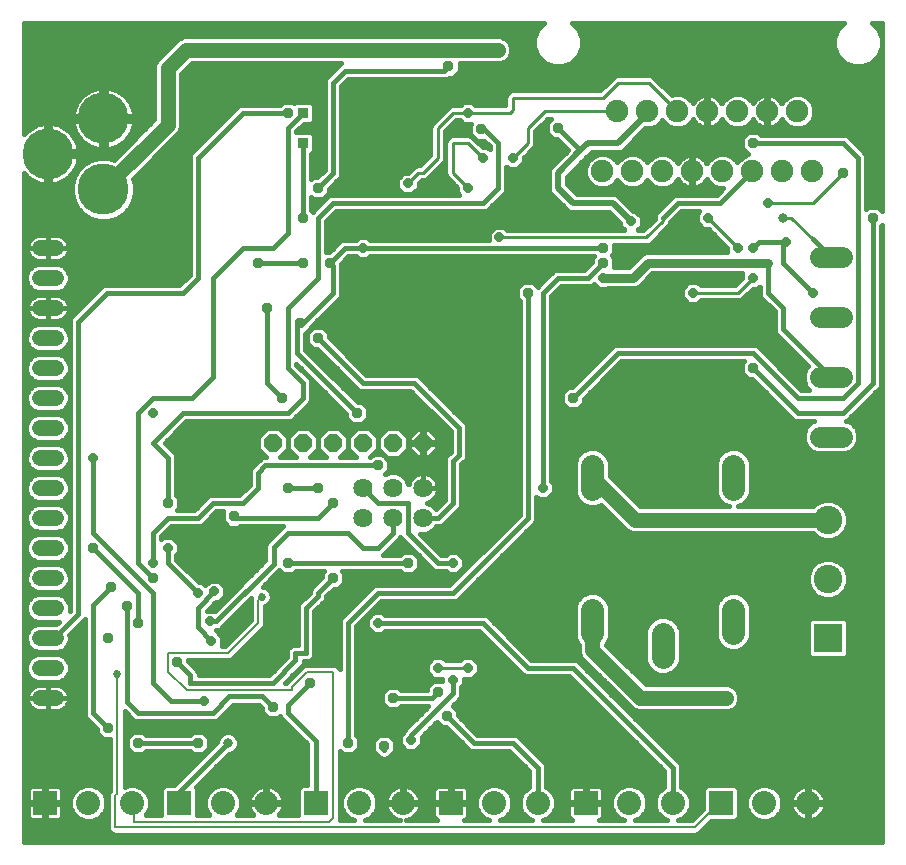
<source format=gbl>
G75*
%MOIN*%
%OFA0B0*%
%FSLAX25Y25*%
%IPPOS*%
%LPD*%
%AMOC8*
5,1,8,0,0,1.08239X$1,22.5*
%
%ADD10OC8,0.06000*%
%ADD11C,0.06400*%
%ADD12C,0.17000*%
%ADD13R,0.09500X0.09500*%
%ADD14C,0.09500*%
%ADD15C,0.07050*%
%ADD16C,0.07800*%
%ADD17R,0.08000X0.08000*%
%ADD18C,0.08000*%
%ADD19C,0.05200*%
%ADD20C,0.07480*%
%ADD21OC8,0.03562*%
%ADD22C,0.01600*%
%ADD23OC8,0.03200*%
%ADD24C,0.01000*%
%ADD25C,0.03200*%
%ADD26R,0.03562X0.03562*%
%ADD27C,0.05000*%
%ADD28C,0.02000*%
%ADD29C,0.00800*%
%ADD30C,0.02700*%
%ADD31C,0.03000*%
D10*
X0104018Y0140102D03*
X0114018Y0140102D03*
X0124018Y0140102D03*
X0134018Y0140102D03*
X0144018Y0140102D03*
X0154018Y0140102D03*
D11*
X0154018Y0125102D03*
X0154018Y0115102D03*
X0144018Y0115102D03*
X0144018Y0125102D03*
X0134018Y0125102D03*
X0134018Y0115102D03*
D12*
X0047518Y0224665D03*
X0029014Y0236476D03*
X0047518Y0248287D03*
D13*
X0289018Y0075102D03*
D14*
X0289018Y0094787D03*
X0289018Y0114472D03*
D15*
X0286493Y0142260D02*
X0293543Y0142260D01*
X0293543Y0161945D02*
X0286493Y0161945D01*
X0286493Y0182260D02*
X0293543Y0182260D01*
X0293543Y0201945D02*
X0286493Y0201945D01*
D16*
X0257518Y0132502D02*
X0257518Y0124702D01*
X0257518Y0084502D02*
X0257518Y0076702D01*
X0234018Y0076502D02*
X0234018Y0068702D01*
X0210518Y0076702D02*
X0210518Y0084502D01*
X0210518Y0124702D02*
X0210518Y0132502D01*
D17*
X0208318Y0020102D03*
X0253318Y0020102D03*
X0163318Y0020102D03*
X0118318Y0020102D03*
X0072818Y0020102D03*
X0028018Y0020102D03*
D18*
X0042497Y0020102D03*
X0056977Y0020102D03*
X0087297Y0020102D03*
X0101777Y0020102D03*
X0132797Y0020102D03*
X0147277Y0020102D03*
X0177797Y0020102D03*
X0192277Y0020102D03*
X0222797Y0020102D03*
X0237277Y0020102D03*
X0267797Y0020102D03*
X0282277Y0020102D03*
D19*
X0031618Y0055102D02*
X0026418Y0055102D01*
X0026418Y0065102D02*
X0031618Y0065102D01*
X0031618Y0075102D02*
X0026418Y0075102D01*
X0026418Y0085102D02*
X0031618Y0085102D01*
X0031618Y0095102D02*
X0026418Y0095102D01*
X0026418Y0105102D02*
X0031618Y0105102D01*
X0031618Y0115102D02*
X0026418Y0115102D01*
X0026418Y0125102D02*
X0031618Y0125102D01*
X0031618Y0135102D02*
X0026418Y0135102D01*
X0026418Y0145102D02*
X0031618Y0145102D01*
X0031618Y0155102D02*
X0026418Y0155102D01*
X0026418Y0165102D02*
X0031618Y0165102D01*
X0031618Y0175102D02*
X0026418Y0175102D01*
X0026418Y0185102D02*
X0031618Y0185102D01*
X0031618Y0195102D02*
X0026418Y0195102D01*
X0026418Y0205102D02*
X0031618Y0205102D01*
D20*
X0213782Y0230693D03*
X0223782Y0230693D03*
X0233782Y0230693D03*
X0243782Y0230693D03*
X0253782Y0230693D03*
X0263782Y0230693D03*
X0273782Y0230693D03*
X0283782Y0230693D03*
X0278782Y0250693D03*
X0268782Y0250693D03*
X0258782Y0250693D03*
X0248782Y0250693D03*
X0238782Y0250693D03*
X0228782Y0250693D03*
X0218782Y0250693D03*
D21*
X0199018Y0245102D03*
X0173518Y0244602D03*
X0162518Y0265602D03*
X0179018Y0271102D03*
X0119018Y0225102D03*
X0114018Y0215102D03*
X0114018Y0200102D03*
X0123018Y0200102D03*
X0113018Y0180102D03*
X0119018Y0175102D03*
X0102018Y0185102D03*
X0099018Y0200102D03*
X0107018Y0155102D03*
X0132018Y0150102D03*
X0139018Y0132602D03*
X0124018Y0120102D03*
X0119018Y0125102D03*
X0109018Y0125102D03*
X0091018Y0115602D03*
X0109018Y0100102D03*
X0124018Y0095102D03*
X0149018Y0100102D03*
X0116518Y0060102D03*
X0104018Y0052102D03*
X0129018Y0040102D03*
X0141018Y0039102D03*
X0144018Y0055102D03*
X0159018Y0057102D03*
X0162018Y0049102D03*
X0079018Y0040102D03*
X0059018Y0040102D03*
X0049018Y0045102D03*
X0072018Y0067102D03*
X0059018Y0080102D03*
X0055518Y0085602D03*
X0050018Y0092102D03*
X0044018Y0105102D03*
X0064018Y0095102D03*
X0049018Y0075102D03*
X0069018Y0120102D03*
X0189018Y0190102D03*
X0195518Y0198602D03*
X0209018Y0201102D03*
X0214018Y0200102D03*
X0214018Y0205102D03*
X0229018Y0205102D03*
X0264018Y0240102D03*
X0294018Y0230102D03*
X0304018Y0215102D03*
X0264018Y0165102D03*
X0204018Y0155102D03*
X0109018Y0250102D03*
X0255018Y0055102D03*
D22*
X0021018Y0007102D02*
X0021018Y0229983D01*
X0021322Y0229602D01*
X0022140Y0228784D01*
X0023044Y0228063D01*
X0024024Y0227447D01*
X0025066Y0226945D01*
X0026158Y0226563D01*
X0027286Y0226306D01*
X0028214Y0226201D01*
X0028214Y0235676D01*
X0029814Y0235676D01*
X0029814Y0237276D01*
X0039289Y0237276D01*
X0039184Y0238204D01*
X0038927Y0239332D01*
X0038545Y0240424D01*
X0038043Y0241466D01*
X0037427Y0242446D01*
X0036706Y0243350D01*
X0035888Y0244168D01*
X0034984Y0244890D01*
X0034004Y0245505D01*
X0032962Y0246007D01*
X0031870Y0246389D01*
X0030742Y0246647D01*
X0029814Y0246751D01*
X0029814Y0237276D01*
X0028214Y0237276D01*
X0028214Y0246751D01*
X0027286Y0246647D01*
X0026158Y0246389D01*
X0025066Y0246007D01*
X0024024Y0245505D01*
X0023044Y0244890D01*
X0022140Y0244168D01*
X0021322Y0243350D01*
X0021018Y0242969D01*
X0021018Y0280102D01*
X0194346Y0280102D01*
X0192321Y0278077D01*
X0191118Y0275173D01*
X0191118Y0272031D01*
X0192321Y0269127D01*
X0194543Y0266905D01*
X0197446Y0265702D01*
X0200589Y0265702D01*
X0203493Y0266905D01*
X0205715Y0269127D01*
X0206918Y0272031D01*
X0206918Y0275173D01*
X0205715Y0278077D01*
X0203690Y0280102D01*
X0294346Y0280102D01*
X0292321Y0278077D01*
X0291118Y0275173D01*
X0291118Y0272031D01*
X0292321Y0269127D01*
X0294543Y0266905D01*
X0297446Y0265702D01*
X0300589Y0265702D01*
X0303493Y0266905D01*
X0305715Y0269127D01*
X0306918Y0272031D01*
X0306918Y0275173D01*
X0305715Y0278077D01*
X0303690Y0280102D01*
X0306939Y0280102D01*
X0306939Y0217528D01*
X0305584Y0218883D01*
X0302452Y0218883D01*
X0301818Y0218249D01*
X0301818Y0235659D01*
X0301392Y0236688D01*
X0295604Y0242476D01*
X0294575Y0242902D01*
X0266565Y0242902D01*
X0265584Y0243883D01*
X0262452Y0243883D01*
X0260237Y0241668D01*
X0260237Y0238536D01*
X0262428Y0236345D01*
X0260530Y0235559D01*
X0258915Y0233944D01*
X0258782Y0233621D01*
X0258648Y0233944D01*
X0257033Y0235559D01*
X0254923Y0236433D01*
X0252640Y0236433D01*
X0250530Y0235559D01*
X0248915Y0233944D01*
X0248659Y0233324D01*
X0248520Y0233596D01*
X0248007Y0234302D01*
X0247391Y0234918D01*
X0246685Y0235431D01*
X0245908Y0235827D01*
X0245079Y0236096D01*
X0244218Y0236233D01*
X0244064Y0236233D01*
X0244064Y0230975D01*
X0243499Y0230975D01*
X0243499Y0236233D01*
X0243346Y0236233D01*
X0242484Y0236096D01*
X0241655Y0235827D01*
X0240878Y0235431D01*
X0240172Y0234918D01*
X0239556Y0234302D01*
X0239043Y0233596D01*
X0238905Y0233324D01*
X0238648Y0233944D01*
X0237033Y0235559D01*
X0234923Y0236433D01*
X0232640Y0236433D01*
X0230530Y0235559D01*
X0228915Y0233944D01*
X0228782Y0233621D01*
X0228648Y0233944D01*
X0227033Y0235559D01*
X0224923Y0236433D01*
X0222640Y0236433D01*
X0220530Y0235559D01*
X0218915Y0233944D01*
X0218782Y0233621D01*
X0218648Y0233944D01*
X0217033Y0235559D01*
X0214923Y0236433D01*
X0212640Y0236433D01*
X0210530Y0235559D01*
X0208915Y0233944D01*
X0208041Y0231834D01*
X0208041Y0229551D01*
X0208915Y0227441D01*
X0210530Y0225826D01*
X0212640Y0224952D01*
X0214923Y0224952D01*
X0217033Y0225826D01*
X0218648Y0227441D01*
X0218782Y0227764D01*
X0218915Y0227441D01*
X0220530Y0225826D01*
X0222640Y0224952D01*
X0224923Y0224952D01*
X0227033Y0225826D01*
X0228648Y0227441D01*
X0228782Y0227764D01*
X0228915Y0227441D01*
X0230530Y0225826D01*
X0232640Y0224952D01*
X0234923Y0224952D01*
X0237033Y0225826D01*
X0238648Y0227441D01*
X0238905Y0228061D01*
X0239043Y0227789D01*
X0239556Y0227083D01*
X0240172Y0226467D01*
X0240878Y0225954D01*
X0241655Y0225558D01*
X0242484Y0225289D01*
X0243346Y0225152D01*
X0243499Y0225152D01*
X0243499Y0230410D01*
X0244064Y0230410D01*
X0244064Y0225152D01*
X0244218Y0225152D01*
X0245079Y0225289D01*
X0245908Y0225558D01*
X0246685Y0225954D01*
X0247391Y0226467D01*
X0248007Y0227083D01*
X0248520Y0227789D01*
X0248659Y0228061D01*
X0248915Y0227441D01*
X0250530Y0225826D01*
X0252640Y0224952D01*
X0254082Y0224952D01*
X0252031Y0222902D01*
X0238461Y0222902D01*
X0237432Y0222476D01*
X0231644Y0216688D01*
X0231218Y0215659D01*
X0231218Y0214838D01*
X0227482Y0211102D01*
X0225609Y0211102D01*
X0226964Y0212457D01*
X0226964Y0215440D01*
X0224855Y0217549D01*
X0224007Y0217549D01*
X0219754Y0221801D01*
X0218910Y0222645D01*
X0217807Y0223102D01*
X0205260Y0223102D01*
X0202018Y0226345D01*
X0202018Y0228859D01*
X0208217Y0235059D01*
X0210260Y0237102D01*
X0219615Y0237102D01*
X0220717Y0237559D01*
X0228111Y0244952D01*
X0229923Y0244952D01*
X0232033Y0245826D01*
X0233648Y0247441D01*
X0233782Y0247764D01*
X0233915Y0247441D01*
X0235530Y0245826D01*
X0237640Y0244952D01*
X0239923Y0244952D01*
X0242033Y0245826D01*
X0243648Y0247441D01*
X0243905Y0248061D01*
X0244043Y0247789D01*
X0244556Y0247083D01*
X0245172Y0246467D01*
X0245878Y0245954D01*
X0246655Y0245558D01*
X0247484Y0245289D01*
X0248346Y0245152D01*
X0248499Y0245152D01*
X0248499Y0250410D01*
X0249064Y0250410D01*
X0249064Y0245152D01*
X0249218Y0245152D01*
X0250079Y0245289D01*
X0250908Y0245558D01*
X0251685Y0245954D01*
X0252391Y0246467D01*
X0253007Y0247083D01*
X0253520Y0247789D01*
X0253659Y0248061D01*
X0253915Y0247441D01*
X0255530Y0245826D01*
X0257640Y0244952D01*
X0259923Y0244952D01*
X0262033Y0245826D01*
X0263648Y0247441D01*
X0263905Y0248061D01*
X0264043Y0247789D01*
X0264556Y0247083D01*
X0265172Y0246467D01*
X0265878Y0245954D01*
X0266655Y0245558D01*
X0267484Y0245289D01*
X0268346Y0245152D01*
X0268499Y0245152D01*
X0268499Y0250410D01*
X0269064Y0250410D01*
X0269064Y0245152D01*
X0269218Y0245152D01*
X0270079Y0245289D01*
X0270908Y0245558D01*
X0271685Y0245954D01*
X0272391Y0246467D01*
X0273007Y0247083D01*
X0273520Y0247789D01*
X0273659Y0248061D01*
X0273915Y0247441D01*
X0275530Y0245826D01*
X0277640Y0244952D01*
X0279923Y0244952D01*
X0282033Y0245826D01*
X0283648Y0247441D01*
X0284522Y0249551D01*
X0284522Y0251834D01*
X0283648Y0253944D01*
X0282033Y0255559D01*
X0279923Y0256433D01*
X0277640Y0256433D01*
X0275530Y0255559D01*
X0273915Y0253944D01*
X0273659Y0253324D01*
X0273520Y0253596D01*
X0273007Y0254302D01*
X0272391Y0254918D01*
X0271685Y0255431D01*
X0270908Y0255827D01*
X0270079Y0256096D01*
X0269218Y0256233D01*
X0269064Y0256233D01*
X0269064Y0250975D01*
X0268499Y0250975D01*
X0268499Y0256233D01*
X0268346Y0256233D01*
X0267484Y0256096D01*
X0266655Y0255827D01*
X0265878Y0255431D01*
X0265172Y0254918D01*
X0264556Y0254302D01*
X0264043Y0253596D01*
X0263905Y0253324D01*
X0263648Y0253944D01*
X0262033Y0255559D01*
X0259923Y0256433D01*
X0257640Y0256433D01*
X0255530Y0255559D01*
X0253915Y0253944D01*
X0253659Y0253324D01*
X0253520Y0253596D01*
X0253007Y0254302D01*
X0252391Y0254918D01*
X0251685Y0255431D01*
X0250908Y0255827D01*
X0250079Y0256096D01*
X0249218Y0256233D01*
X0249064Y0256233D01*
X0249064Y0250975D01*
X0248499Y0250975D01*
X0248499Y0256233D01*
X0248346Y0256233D01*
X0247484Y0256096D01*
X0246655Y0255827D01*
X0245878Y0255431D01*
X0245172Y0254918D01*
X0244556Y0254302D01*
X0244043Y0253596D01*
X0243905Y0253324D01*
X0243648Y0253944D01*
X0242033Y0255559D01*
X0239923Y0256433D01*
X0237640Y0256433D01*
X0236888Y0256121D01*
X0230788Y0262221D01*
X0229869Y0262602D01*
X0218521Y0262602D01*
X0217602Y0262221D01*
X0216898Y0261518D01*
X0212982Y0257602D01*
X0183521Y0257602D01*
X0182602Y0257221D01*
X0181898Y0256518D01*
X0181518Y0255599D01*
X0181518Y0252602D01*
X0171609Y0252602D01*
X0170509Y0253702D01*
X0167527Y0253702D01*
X0166427Y0252602D01*
X0163521Y0252602D01*
X0162602Y0252221D01*
X0157602Y0247221D01*
X0156898Y0246518D01*
X0156518Y0245599D01*
X0156518Y0236138D01*
X0152982Y0232602D01*
X0152021Y0232602D01*
X0151102Y0232221D01*
X0149082Y0230202D01*
X0147527Y0230202D01*
X0145418Y0228093D01*
X0145418Y0225111D01*
X0147527Y0223002D01*
X0150509Y0223002D01*
X0152618Y0225111D01*
X0152618Y0226667D01*
X0153553Y0227602D01*
X0154515Y0227602D01*
X0155434Y0227983D01*
X0156137Y0228686D01*
X0161137Y0233686D01*
X0161518Y0234605D01*
X0161518Y0244067D01*
X0165053Y0247602D01*
X0166427Y0247602D01*
X0167527Y0246502D01*
X0170071Y0246502D01*
X0169737Y0246168D01*
X0169737Y0243036D01*
X0171952Y0240821D01*
X0174339Y0240821D01*
X0176218Y0238942D01*
X0176218Y0237993D01*
X0175509Y0238702D01*
X0173953Y0238702D01*
X0171137Y0241518D01*
X0170434Y0242221D01*
X0169515Y0242602D01*
X0163521Y0242602D01*
X0162602Y0242221D01*
X0161898Y0241518D01*
X0161518Y0240599D01*
X0161518Y0229605D01*
X0161898Y0228686D01*
X0162602Y0227983D01*
X0165418Y0225167D01*
X0165418Y0223611D01*
X0166127Y0222902D01*
X0123461Y0222902D01*
X0122432Y0222476D01*
X0117432Y0217476D01*
X0117212Y0217256D01*
X0116818Y0217649D01*
X0116818Y0221955D01*
X0117452Y0221321D01*
X0120584Y0221321D01*
X0122799Y0223536D01*
X0122799Y0224923D01*
X0126392Y0228516D01*
X0126818Y0229545D01*
X0126818Y0258942D01*
X0129178Y0261302D01*
X0161575Y0261302D01*
X0162604Y0261728D01*
X0162696Y0261821D01*
X0164084Y0261821D01*
X0166299Y0264036D01*
X0166299Y0266602D01*
X0179913Y0266602D01*
X0181567Y0267287D01*
X0182833Y0268553D01*
X0183518Y0270207D01*
X0183518Y0271997D01*
X0182833Y0273651D01*
X0181567Y0274917D01*
X0179913Y0275602D01*
X0074123Y0275602D01*
X0072469Y0274917D01*
X0065203Y0267651D01*
X0064518Y0265997D01*
X0064518Y0248029D01*
X0051072Y0234583D01*
X0048900Y0235165D01*
X0046135Y0235165D01*
X0043465Y0234449D01*
X0041071Y0233067D01*
X0039116Y0231112D01*
X0037733Y0228718D01*
X0037018Y0226047D01*
X0037018Y0223283D01*
X0037733Y0220612D01*
X0039116Y0218218D01*
X0041071Y0216263D01*
X0043465Y0214881D01*
X0046135Y0214165D01*
X0048900Y0214165D01*
X0051571Y0214881D01*
X0053965Y0216263D01*
X0055920Y0218218D01*
X0057302Y0220612D01*
X0058018Y0223283D01*
X0058018Y0226047D01*
X0057436Y0228219D01*
X0072833Y0243616D01*
X0073518Y0245270D01*
X0073518Y0263238D01*
X0076882Y0266602D01*
X0126737Y0266602D01*
X0126432Y0266476D01*
X0122432Y0262476D01*
X0121644Y0261688D01*
X0121218Y0260659D01*
X0121218Y0231262D01*
X0118839Y0228883D01*
X0117452Y0228883D01*
X0116818Y0228249D01*
X0116818Y0236511D01*
X0117799Y0237493D01*
X0117799Y0242712D01*
X0116627Y0243883D01*
X0111818Y0243883D01*
X0111818Y0243942D01*
X0114196Y0246321D01*
X0116627Y0246321D01*
X0117799Y0247493D01*
X0117799Y0252712D01*
X0116627Y0253883D01*
X0111408Y0253883D01*
X0110996Y0253471D01*
X0110584Y0253883D01*
X0107452Y0253883D01*
X0106471Y0252902D01*
X0093461Y0252902D01*
X0092432Y0252476D01*
X0091644Y0251688D01*
X0076644Y0236688D01*
X0076218Y0235659D01*
X0076218Y0196262D01*
X0072858Y0192902D01*
X0048092Y0192902D01*
X0047063Y0192476D01*
X0046275Y0191688D01*
X0036644Y0182057D01*
X0036218Y0181028D01*
X0036218Y0084191D01*
X0036218Y0084191D01*
X0036218Y0086017D01*
X0035517Y0087708D01*
X0034223Y0089002D01*
X0032533Y0089702D01*
X0025503Y0089702D01*
X0023812Y0089002D01*
X0022518Y0087708D01*
X0021818Y0086017D01*
X0021818Y0084187D01*
X0022518Y0082496D01*
X0023812Y0081202D01*
X0025503Y0080502D01*
X0032529Y0080502D01*
X0031729Y0079702D01*
X0025503Y0079702D01*
X0023812Y0079002D01*
X0022518Y0077708D01*
X0021818Y0076017D01*
X0021818Y0074187D01*
X0022518Y0072496D01*
X0023812Y0071202D01*
X0025503Y0070502D01*
X0032533Y0070502D01*
X0034223Y0071202D01*
X0035517Y0072496D01*
X0036218Y0074187D01*
X0036218Y0076017D01*
X0036143Y0076197D01*
X0041218Y0081271D01*
X0041218Y0049545D01*
X0041644Y0048516D01*
X0042432Y0047728D01*
X0045237Y0044923D01*
X0045237Y0043536D01*
X0047452Y0041321D01*
X0049743Y0041321D01*
X0049743Y0024221D01*
X0049483Y0023962D01*
X0049118Y0023079D01*
X0049118Y0011500D01*
X0049483Y0010618D01*
X0050158Y0009942D01*
X0051040Y0009577D01*
X0245120Y0009577D01*
X0246002Y0009942D01*
X0250162Y0014102D01*
X0258146Y0014102D01*
X0259318Y0015274D01*
X0259318Y0024930D01*
X0258146Y0026102D01*
X0248489Y0026102D01*
X0247318Y0024930D01*
X0247318Y0018046D01*
X0243649Y0014377D01*
X0239134Y0014377D01*
X0240676Y0015016D01*
X0242363Y0016703D01*
X0243277Y0018909D01*
X0243277Y0021296D01*
X0242363Y0023501D01*
X0240676Y0025189D01*
X0240077Y0025437D01*
X0240077Y0032400D01*
X0239651Y0033429D01*
X0206392Y0066688D01*
X0205604Y0067476D01*
X0204575Y0067902D01*
X0190178Y0067902D01*
X0175604Y0082476D01*
X0174575Y0082902D01*
X0141309Y0082902D01*
X0140509Y0083702D01*
X0137527Y0083702D01*
X0135418Y0081593D01*
X0135418Y0078611D01*
X0137527Y0076502D01*
X0140509Y0076502D01*
X0141309Y0077302D01*
X0172858Y0077302D01*
X0187432Y0062728D01*
X0188461Y0062302D01*
X0202858Y0062302D01*
X0234477Y0030683D01*
X0234477Y0025437D01*
X0233878Y0025189D01*
X0232190Y0023501D01*
X0231277Y0021296D01*
X0231277Y0018909D01*
X0232190Y0016703D01*
X0233878Y0015016D01*
X0235420Y0014377D01*
X0224655Y0014377D01*
X0226196Y0015016D01*
X0227884Y0016703D01*
X0228797Y0018909D01*
X0228797Y0021296D01*
X0227884Y0023501D01*
X0226196Y0025189D01*
X0223991Y0026102D01*
X0221604Y0026102D01*
X0219399Y0025189D01*
X0217711Y0023501D01*
X0216797Y0021296D01*
X0216797Y0018909D01*
X0217711Y0016703D01*
X0219399Y0015016D01*
X0220940Y0014377D01*
X0212835Y0014377D01*
X0213013Y0014425D01*
X0213423Y0014662D01*
X0213758Y0014997D01*
X0213995Y0015407D01*
X0214118Y0015865D01*
X0214118Y0019721D01*
X0208699Y0019721D01*
X0208699Y0020483D01*
X0214118Y0020483D01*
X0214118Y0024339D01*
X0213995Y0024797D01*
X0213758Y0025207D01*
X0213423Y0025542D01*
X0213013Y0025779D01*
X0212555Y0025902D01*
X0208699Y0025902D01*
X0208699Y0020483D01*
X0207937Y0020483D01*
X0207937Y0025902D01*
X0204081Y0025902D01*
X0203623Y0025779D01*
X0203213Y0025542D01*
X0202877Y0025207D01*
X0202640Y0024797D01*
X0202518Y0024339D01*
X0202518Y0020483D01*
X0207937Y0020483D01*
X0207937Y0019721D01*
X0202518Y0019721D01*
X0202518Y0015865D01*
X0202640Y0015407D01*
X0202877Y0014997D01*
X0203213Y0014662D01*
X0203623Y0014425D01*
X0203801Y0014377D01*
X0194134Y0014377D01*
X0195676Y0015016D01*
X0197363Y0016703D01*
X0198277Y0018909D01*
X0198277Y0021296D01*
X0197363Y0023501D01*
X0195676Y0025189D01*
X0195077Y0025437D01*
X0195077Y0032400D01*
X0194651Y0033429D01*
X0193863Y0034217D01*
X0185604Y0042476D01*
X0184575Y0042902D01*
X0172178Y0042902D01*
X0165799Y0049281D01*
X0165799Y0050668D01*
X0163921Y0052546D01*
X0165604Y0054228D01*
X0166392Y0055016D01*
X0166818Y0056045D01*
X0166818Y0058811D01*
X0167618Y0059611D01*
X0167618Y0061502D01*
X0170509Y0061502D01*
X0172618Y0063611D01*
X0172618Y0066593D01*
X0170509Y0068702D01*
X0167527Y0068702D01*
X0166427Y0067602D01*
X0161609Y0067602D01*
X0160509Y0068702D01*
X0157527Y0068702D01*
X0155418Y0066593D01*
X0155418Y0063611D01*
X0157527Y0061502D01*
X0160418Y0061502D01*
X0160418Y0060883D01*
X0157452Y0060883D01*
X0155237Y0058668D01*
X0155237Y0057902D01*
X0146565Y0057902D01*
X0145584Y0058883D01*
X0142452Y0058883D01*
X0140237Y0056668D01*
X0140237Y0053536D01*
X0142452Y0051321D01*
X0145584Y0051321D01*
X0146565Y0052302D01*
X0155758Y0052302D01*
X0148432Y0044976D01*
X0147644Y0044188D01*
X0147383Y0043559D01*
X0146418Y0042593D01*
X0146418Y0039611D01*
X0148527Y0037502D01*
X0151509Y0037502D01*
X0153618Y0039611D01*
X0153618Y0042242D01*
X0158574Y0047199D01*
X0160452Y0045321D01*
X0161839Y0045321D01*
X0168644Y0038516D01*
X0169432Y0037728D01*
X0170461Y0037302D01*
X0182858Y0037302D01*
X0189477Y0030683D01*
X0189477Y0025437D01*
X0188878Y0025189D01*
X0187190Y0023501D01*
X0186277Y0021296D01*
X0186277Y0018909D01*
X0187190Y0016703D01*
X0188878Y0015016D01*
X0190420Y0014377D01*
X0179655Y0014377D01*
X0181196Y0015016D01*
X0182884Y0016703D01*
X0183797Y0018909D01*
X0183797Y0021296D01*
X0182884Y0023501D01*
X0181196Y0025189D01*
X0178991Y0026102D01*
X0176604Y0026102D01*
X0174399Y0025189D01*
X0172711Y0023501D01*
X0171797Y0021296D01*
X0171797Y0018909D01*
X0172711Y0016703D01*
X0174399Y0015016D01*
X0175940Y0014377D01*
X0167835Y0014377D01*
X0168013Y0014425D01*
X0168423Y0014662D01*
X0168758Y0014997D01*
X0168995Y0015407D01*
X0169118Y0015865D01*
X0169118Y0019721D01*
X0163699Y0019721D01*
X0163699Y0020483D01*
X0169118Y0020483D01*
X0169118Y0024339D01*
X0168995Y0024797D01*
X0168758Y0025207D01*
X0168423Y0025542D01*
X0168013Y0025779D01*
X0167555Y0025902D01*
X0163699Y0025902D01*
X0163699Y0020483D01*
X0162937Y0020483D01*
X0162937Y0025902D01*
X0159081Y0025902D01*
X0158623Y0025779D01*
X0158213Y0025542D01*
X0157877Y0025207D01*
X0157640Y0024797D01*
X0157518Y0024339D01*
X0157518Y0020483D01*
X0162937Y0020483D01*
X0162937Y0019721D01*
X0157518Y0019721D01*
X0157518Y0015865D01*
X0157640Y0015407D01*
X0157877Y0014997D01*
X0158213Y0014662D01*
X0158623Y0014425D01*
X0158801Y0014377D01*
X0148207Y0014377D01*
X0148635Y0014445D01*
X0149503Y0014727D01*
X0150317Y0015141D01*
X0151055Y0015678D01*
X0151701Y0016324D01*
X0152237Y0017062D01*
X0152652Y0017876D01*
X0152934Y0018744D01*
X0153077Y0019646D01*
X0153077Y0019721D01*
X0147658Y0019721D01*
X0147658Y0020483D01*
X0153077Y0020483D01*
X0153077Y0020559D01*
X0152934Y0021460D01*
X0152652Y0022328D01*
X0152237Y0023142D01*
X0151701Y0023880D01*
X0151055Y0024526D01*
X0150317Y0025063D01*
X0149503Y0025477D01*
X0148635Y0025759D01*
X0147733Y0025902D01*
X0147658Y0025902D01*
X0147658Y0020483D01*
X0146896Y0020483D01*
X0146896Y0025902D01*
X0146820Y0025902D01*
X0145919Y0025759D01*
X0145050Y0025477D01*
X0144237Y0025063D01*
X0143498Y0024526D01*
X0142853Y0023880D01*
X0142316Y0023142D01*
X0141902Y0022328D01*
X0141620Y0021460D01*
X0141477Y0020559D01*
X0141477Y0020483D01*
X0146896Y0020483D01*
X0146896Y0019721D01*
X0141477Y0019721D01*
X0141477Y0019646D01*
X0141620Y0018744D01*
X0141902Y0017876D01*
X0142316Y0017062D01*
X0142853Y0016324D01*
X0143498Y0015678D01*
X0144237Y0015141D01*
X0145050Y0014727D01*
X0145919Y0014445D01*
X0146347Y0014377D01*
X0134655Y0014377D01*
X0136196Y0015016D01*
X0137884Y0016703D01*
X0138797Y0018909D01*
X0138797Y0021296D01*
X0137884Y0023501D01*
X0136196Y0025189D01*
X0133991Y0026102D01*
X0131604Y0026102D01*
X0129399Y0025189D01*
X0127711Y0023501D01*
X0126797Y0021296D01*
X0126797Y0018909D01*
X0127711Y0016703D01*
X0129399Y0015016D01*
X0130940Y0014377D01*
X0126315Y0014377D01*
X0126418Y0014625D01*
X0126418Y0037355D01*
X0127452Y0036321D01*
X0130584Y0036321D01*
X0132799Y0038536D01*
X0132799Y0041668D01*
X0131818Y0042649D01*
X0131818Y0078942D01*
X0140178Y0087302D01*
X0164575Y0087302D01*
X0165604Y0087728D01*
X0166392Y0088516D01*
X0191392Y0113516D01*
X0191818Y0114545D01*
X0191818Y0122211D01*
X0192527Y0121502D01*
X0195509Y0121502D01*
X0197618Y0123611D01*
X0197618Y0126593D01*
X0196818Y0127393D01*
X0196818Y0188942D01*
X0200178Y0192302D01*
X0209575Y0192302D01*
X0210604Y0192728D01*
X0210952Y0193077D01*
X0212527Y0191502D01*
X0215509Y0191502D01*
X0215609Y0191602D01*
X0224714Y0191602D01*
X0226000Y0192135D01*
X0226985Y0193119D01*
X0230468Y0196602D01*
X0260427Y0196602D01*
X0260418Y0196593D01*
X0260418Y0195038D01*
X0257982Y0192602D01*
X0246609Y0192602D01*
X0245509Y0193702D01*
X0242527Y0193702D01*
X0240418Y0191593D01*
X0240418Y0188611D01*
X0242527Y0186502D01*
X0245509Y0186502D01*
X0246609Y0187602D01*
X0259515Y0187602D01*
X0260434Y0187983D01*
X0263953Y0191502D01*
X0265509Y0191502D01*
X0266218Y0192211D01*
X0266218Y0189545D01*
X0266644Y0188516D01*
X0271218Y0183942D01*
X0271218Y0177388D01*
X0271644Y0176359D01*
X0282369Y0165634D01*
X0281809Y0165074D01*
X0280968Y0163044D01*
X0280968Y0160846D01*
X0281809Y0158815D01*
X0282722Y0157902D01*
X0280178Y0157902D01*
X0266392Y0171688D01*
X0265604Y0172476D01*
X0264575Y0172902D01*
X0218461Y0172902D01*
X0217432Y0172476D01*
X0203839Y0158883D01*
X0202452Y0158883D01*
X0200237Y0156668D01*
X0200237Y0153536D01*
X0202452Y0151321D01*
X0205584Y0151321D01*
X0207799Y0153536D01*
X0207799Y0154923D01*
X0220178Y0167302D01*
X0260871Y0167302D01*
X0260237Y0166668D01*
X0260237Y0163536D01*
X0262452Y0161321D01*
X0263839Y0161321D01*
X0277432Y0147728D01*
X0278461Y0147302D01*
X0284229Y0147302D01*
X0283363Y0146943D01*
X0281809Y0145389D01*
X0280968Y0143359D01*
X0280968Y0141161D01*
X0281809Y0139130D01*
X0283363Y0137576D01*
X0285394Y0136735D01*
X0294642Y0136735D01*
X0296672Y0137576D01*
X0298227Y0139130D01*
X0299068Y0141161D01*
X0299068Y0143359D01*
X0298227Y0145389D01*
X0296672Y0146943D01*
X0295191Y0147557D01*
X0295604Y0147728D01*
X0296392Y0148516D01*
X0306392Y0158516D01*
X0306818Y0159545D01*
X0306818Y0212555D01*
X0306939Y0212676D01*
X0306939Y0007102D01*
X0021018Y0007102D01*
X0021018Y0008299D02*
X0306939Y0008299D01*
X0306939Y0009898D02*
X0245894Y0009898D01*
X0247556Y0011496D02*
X0306939Y0011496D01*
X0306939Y0013095D02*
X0249154Y0013095D01*
X0245563Y0016292D02*
X0241952Y0016292D01*
X0242855Y0017890D02*
X0247162Y0017890D01*
X0247318Y0019489D02*
X0243277Y0019489D01*
X0243277Y0021087D02*
X0247318Y0021087D01*
X0247318Y0022686D02*
X0242701Y0022686D01*
X0241580Y0024284D02*
X0247318Y0024284D01*
X0248270Y0025883D02*
X0240077Y0025883D01*
X0240077Y0027481D02*
X0306939Y0027481D01*
X0306939Y0025883D02*
X0282855Y0025883D01*
X0282733Y0025902D02*
X0282658Y0025902D01*
X0282658Y0020483D01*
X0288077Y0020483D01*
X0288077Y0020559D01*
X0287934Y0021460D01*
X0287652Y0022328D01*
X0287237Y0023142D01*
X0286701Y0023880D01*
X0286055Y0024526D01*
X0285317Y0025063D01*
X0284503Y0025477D01*
X0283635Y0025759D01*
X0282733Y0025902D01*
X0282658Y0025883D02*
X0281896Y0025883D01*
X0281896Y0025902D02*
X0281820Y0025902D01*
X0280919Y0025759D01*
X0280050Y0025477D01*
X0279237Y0025063D01*
X0278498Y0024526D01*
X0277853Y0023880D01*
X0277316Y0023142D01*
X0276902Y0022328D01*
X0276620Y0021460D01*
X0276477Y0020559D01*
X0276477Y0020483D01*
X0281896Y0020483D01*
X0281896Y0025902D01*
X0281698Y0025883D02*
X0269520Y0025883D01*
X0268991Y0026102D02*
X0266604Y0026102D01*
X0264399Y0025189D01*
X0262711Y0023501D01*
X0261797Y0021296D01*
X0261797Y0018909D01*
X0262711Y0016703D01*
X0264399Y0015016D01*
X0266604Y0014102D01*
X0268991Y0014102D01*
X0271196Y0015016D01*
X0272884Y0016703D01*
X0273797Y0018909D01*
X0273797Y0021296D01*
X0272884Y0023501D01*
X0271196Y0025189D01*
X0268991Y0026102D01*
X0266074Y0025883D02*
X0258366Y0025883D01*
X0259318Y0024284D02*
X0263494Y0024284D01*
X0262373Y0022686D02*
X0259318Y0022686D01*
X0259318Y0021087D02*
X0261797Y0021087D01*
X0261797Y0019489D02*
X0259318Y0019489D01*
X0259318Y0017890D02*
X0262219Y0017890D01*
X0263122Y0016292D02*
X0259318Y0016292D01*
X0258737Y0014693D02*
X0265177Y0014693D01*
X0270418Y0014693D02*
X0280155Y0014693D01*
X0280050Y0014727D02*
X0280919Y0014445D01*
X0281820Y0014302D01*
X0281896Y0014302D01*
X0281896Y0019721D01*
X0282658Y0019721D01*
X0282658Y0020483D01*
X0281896Y0020483D01*
X0281896Y0019721D01*
X0276477Y0019721D01*
X0276477Y0019646D01*
X0276620Y0018744D01*
X0276902Y0017876D01*
X0277316Y0017062D01*
X0277853Y0016324D01*
X0278498Y0015678D01*
X0279237Y0015141D01*
X0280050Y0014727D01*
X0281896Y0014693D02*
X0282658Y0014693D01*
X0282658Y0014302D02*
X0282733Y0014302D01*
X0283635Y0014445D01*
X0284503Y0014727D01*
X0285317Y0015141D01*
X0286055Y0015678D01*
X0286701Y0016324D01*
X0287237Y0017062D01*
X0287652Y0017876D01*
X0287934Y0018744D01*
X0288077Y0019646D01*
X0288077Y0019721D01*
X0282658Y0019721D01*
X0282658Y0014302D01*
X0284399Y0014693D02*
X0306939Y0014693D01*
X0306939Y0016292D02*
X0286669Y0016292D01*
X0287657Y0017890D02*
X0306939Y0017890D01*
X0306939Y0019489D02*
X0288052Y0019489D01*
X0287993Y0021087D02*
X0306939Y0021087D01*
X0306939Y0022686D02*
X0287470Y0022686D01*
X0286297Y0024284D02*
X0306939Y0024284D01*
X0306939Y0029080D02*
X0240077Y0029080D01*
X0240077Y0030678D02*
X0306939Y0030678D01*
X0306939Y0032277D02*
X0240077Y0032277D01*
X0239204Y0033875D02*
X0306939Y0033875D01*
X0306939Y0035474D02*
X0237606Y0035474D01*
X0236007Y0037072D02*
X0306939Y0037072D01*
X0306939Y0038671D02*
X0234409Y0038671D01*
X0232810Y0040269D02*
X0306939Y0040269D01*
X0306939Y0041868D02*
X0231212Y0041868D01*
X0229613Y0043466D02*
X0306939Y0043466D01*
X0306939Y0045065D02*
X0228015Y0045065D01*
X0226416Y0046663D02*
X0306939Y0046663D01*
X0306939Y0048262D02*
X0224818Y0048262D01*
X0223219Y0049860D02*
X0306939Y0049860D01*
X0306939Y0051459D02*
X0257739Y0051459D01*
X0257567Y0051287D02*
X0258833Y0052553D01*
X0259518Y0054207D01*
X0259518Y0055997D01*
X0258833Y0057651D01*
X0257567Y0058917D01*
X0255913Y0059602D01*
X0228386Y0059602D01*
X0215074Y0072914D01*
X0215520Y0073360D01*
X0216418Y0075528D01*
X0216418Y0085676D01*
X0215520Y0087844D01*
X0213860Y0089504D01*
X0211691Y0090402D01*
X0209344Y0090402D01*
X0207176Y0089504D01*
X0205516Y0087844D01*
X0204618Y0085676D01*
X0204618Y0075528D01*
X0205516Y0073360D01*
X0206018Y0072858D01*
X0206018Y0070211D01*
X0206703Y0068557D01*
X0223973Y0051287D01*
X0225627Y0050602D01*
X0255913Y0050602D01*
X0257567Y0051287D01*
X0259042Y0053057D02*
X0306939Y0053057D01*
X0306939Y0054656D02*
X0259518Y0054656D01*
X0259411Y0056254D02*
X0306939Y0056254D01*
X0306939Y0057853D02*
X0258631Y0057853D01*
X0256277Y0059451D02*
X0306939Y0059451D01*
X0306939Y0061050D02*
X0226938Y0061050D01*
X0225339Y0062648D02*
X0306939Y0062648D01*
X0306939Y0064247D02*
X0237907Y0064247D01*
X0237360Y0063700D02*
X0239020Y0065360D01*
X0239918Y0067528D01*
X0239918Y0077676D01*
X0239020Y0079844D01*
X0237360Y0081504D01*
X0235191Y0082402D01*
X0232844Y0082402D01*
X0230676Y0081504D01*
X0229016Y0079844D01*
X0228118Y0077676D01*
X0228118Y0067528D01*
X0229016Y0065360D01*
X0230676Y0063700D01*
X0232844Y0062802D01*
X0235191Y0062802D01*
X0237360Y0063700D01*
X0239221Y0065845D02*
X0306939Y0065845D01*
X0306939Y0067444D02*
X0239883Y0067444D01*
X0239918Y0069043D02*
X0282749Y0069043D01*
X0282268Y0069524D02*
X0283439Y0068352D01*
X0294596Y0068352D01*
X0295768Y0069524D01*
X0295768Y0080680D01*
X0294596Y0081852D01*
X0283439Y0081852D01*
X0282268Y0080680D01*
X0282268Y0069524D01*
X0282268Y0070641D02*
X0239918Y0070641D01*
X0239918Y0072240D02*
X0253636Y0072240D01*
X0254176Y0071700D02*
X0256344Y0070802D01*
X0258691Y0070802D01*
X0260860Y0071700D01*
X0262520Y0073360D01*
X0263418Y0075528D01*
X0263418Y0085676D01*
X0262520Y0087844D01*
X0260860Y0089504D01*
X0258691Y0090402D01*
X0256344Y0090402D01*
X0254176Y0089504D01*
X0252516Y0087844D01*
X0251618Y0085676D01*
X0251618Y0075528D01*
X0252516Y0073360D01*
X0254176Y0071700D01*
X0252318Y0073838D02*
X0239918Y0073838D01*
X0239918Y0075437D02*
X0251656Y0075437D01*
X0251618Y0077035D02*
X0239918Y0077035D01*
X0239521Y0078634D02*
X0251618Y0078634D01*
X0251618Y0080232D02*
X0238632Y0080232D01*
X0236571Y0081831D02*
X0251618Y0081831D01*
X0251618Y0083429D02*
X0216418Y0083429D01*
X0216418Y0081831D02*
X0231465Y0081831D01*
X0229404Y0080232D02*
X0216418Y0080232D01*
X0216418Y0078634D02*
X0228515Y0078634D01*
X0228118Y0077035D02*
X0216418Y0077035D01*
X0216380Y0075437D02*
X0228118Y0075437D01*
X0228118Y0073838D02*
X0215718Y0073838D01*
X0215748Y0072240D02*
X0228118Y0072240D01*
X0228118Y0070641D02*
X0217347Y0070641D01*
X0218945Y0069043D02*
X0228118Y0069043D01*
X0228153Y0067444D02*
X0220544Y0067444D01*
X0222142Y0065845D02*
X0228815Y0065845D01*
X0230129Y0064247D02*
X0223741Y0064247D01*
X0217407Y0057853D02*
X0215227Y0057853D01*
X0215809Y0059451D02*
X0213628Y0059451D01*
X0214210Y0061050D02*
X0212030Y0061050D01*
X0212611Y0062648D02*
X0210431Y0062648D01*
X0211013Y0064247D02*
X0208833Y0064247D01*
X0209414Y0065845D02*
X0207234Y0065845D01*
X0207816Y0067444D02*
X0205636Y0067444D01*
X0206502Y0069043D02*
X0189037Y0069043D01*
X0187439Y0070641D02*
X0206018Y0070641D01*
X0206018Y0072240D02*
X0185840Y0072240D01*
X0184242Y0073838D02*
X0205318Y0073838D01*
X0204656Y0075437D02*
X0182643Y0075437D01*
X0181045Y0077035D02*
X0204618Y0077035D01*
X0204618Y0078634D02*
X0179446Y0078634D01*
X0177848Y0080232D02*
X0204618Y0080232D01*
X0204618Y0081831D02*
X0176249Y0081831D01*
X0174018Y0080102D02*
X0189018Y0065102D01*
X0204018Y0065102D01*
X0237277Y0031843D01*
X0237277Y0020102D01*
X0232974Y0024284D02*
X0227100Y0024284D01*
X0228222Y0022686D02*
X0231853Y0022686D01*
X0231277Y0021087D02*
X0228797Y0021087D01*
X0228797Y0019489D02*
X0231277Y0019489D01*
X0231699Y0017890D02*
X0228375Y0017890D01*
X0227472Y0016292D02*
X0232602Y0016292D01*
X0234656Y0014693D02*
X0225418Y0014693D01*
X0220177Y0014693D02*
X0213454Y0014693D01*
X0214118Y0016292D02*
X0218122Y0016292D01*
X0217219Y0017890D02*
X0214118Y0017890D01*
X0214118Y0019489D02*
X0216797Y0019489D01*
X0216797Y0021087D02*
X0214118Y0021087D01*
X0214118Y0022686D02*
X0217373Y0022686D01*
X0218494Y0024284D02*
X0214118Y0024284D01*
X0212627Y0025883D02*
X0221074Y0025883D01*
X0224520Y0025883D02*
X0234477Y0025883D01*
X0234477Y0027481D02*
X0195077Y0027481D01*
X0195077Y0025883D02*
X0204009Y0025883D01*
X0202518Y0024284D02*
X0196580Y0024284D01*
X0197701Y0022686D02*
X0202518Y0022686D01*
X0202518Y0021087D02*
X0198277Y0021087D01*
X0198277Y0019489D02*
X0202518Y0019489D01*
X0202518Y0017890D02*
X0197855Y0017890D01*
X0196952Y0016292D02*
X0202518Y0016292D01*
X0203181Y0014693D02*
X0194897Y0014693D01*
X0189656Y0014693D02*
X0180418Y0014693D01*
X0182472Y0016292D02*
X0187602Y0016292D01*
X0186699Y0017890D02*
X0183375Y0017890D01*
X0183797Y0019489D02*
X0186277Y0019489D01*
X0186277Y0021087D02*
X0183797Y0021087D01*
X0183222Y0022686D02*
X0186853Y0022686D01*
X0187974Y0024284D02*
X0182100Y0024284D01*
X0179520Y0025883D02*
X0189477Y0025883D01*
X0189477Y0027481D02*
X0126418Y0027481D01*
X0126418Y0025883D02*
X0131074Y0025883D01*
X0128494Y0024284D02*
X0126418Y0024284D01*
X0126418Y0022686D02*
X0127373Y0022686D01*
X0126797Y0021087D02*
X0126418Y0021087D01*
X0126418Y0019489D02*
X0126797Y0019489D01*
X0126418Y0017890D02*
X0127219Y0017890D01*
X0126418Y0016292D02*
X0128122Y0016292D01*
X0126418Y0014693D02*
X0130177Y0014693D01*
X0135418Y0014693D02*
X0145155Y0014693D01*
X0142885Y0016292D02*
X0137472Y0016292D01*
X0138375Y0017890D02*
X0141897Y0017890D01*
X0141502Y0019489D02*
X0138797Y0019489D01*
X0138797Y0021087D02*
X0141561Y0021087D01*
X0142084Y0022686D02*
X0138222Y0022686D01*
X0137100Y0024284D02*
X0143257Y0024284D01*
X0146698Y0025883D02*
X0134520Y0025883D01*
X0126418Y0029080D02*
X0189477Y0029080D01*
X0189477Y0030678D02*
X0126418Y0030678D01*
X0126418Y0032277D02*
X0187883Y0032277D01*
X0186285Y0033875D02*
X0126418Y0033875D01*
X0126418Y0035474D02*
X0139293Y0035474D01*
X0139432Y0035335D02*
X0139442Y0035330D01*
X0139452Y0035321D01*
X0139465Y0035321D01*
X0140461Y0034908D01*
X0141575Y0034908D01*
X0142571Y0035321D01*
X0142584Y0035321D01*
X0142593Y0035330D01*
X0142604Y0035335D01*
X0143392Y0036122D01*
X0143396Y0036133D01*
X0144799Y0037536D01*
X0144799Y0040668D01*
X0142584Y0042883D01*
X0139452Y0042883D01*
X0137237Y0040668D01*
X0137237Y0037536D01*
X0138640Y0036133D01*
X0138644Y0036122D01*
X0139432Y0035335D01*
X0137700Y0037072D02*
X0131335Y0037072D01*
X0132799Y0038671D02*
X0137237Y0038671D01*
X0137237Y0040269D02*
X0132799Y0040269D01*
X0132599Y0041868D02*
X0138436Y0041868D01*
X0141018Y0039102D02*
X0141018Y0037708D01*
X0142743Y0035474D02*
X0184686Y0035474D01*
X0183088Y0037072D02*
X0144335Y0037072D01*
X0144799Y0038671D02*
X0147358Y0038671D01*
X0146418Y0040269D02*
X0144799Y0040269D01*
X0143599Y0041868D02*
X0146418Y0041868D01*
X0147291Y0043466D02*
X0131818Y0043466D01*
X0131818Y0045065D02*
X0148521Y0045065D01*
X0150119Y0046663D02*
X0131818Y0046663D01*
X0131818Y0048262D02*
X0151718Y0048262D01*
X0153316Y0049860D02*
X0131818Y0049860D01*
X0131818Y0051459D02*
X0142314Y0051459D01*
X0140715Y0053057D02*
X0131818Y0053057D01*
X0131818Y0054656D02*
X0140237Y0054656D01*
X0140237Y0056254D02*
X0131818Y0056254D01*
X0131818Y0057853D02*
X0141421Y0057853D01*
X0144018Y0055102D02*
X0157018Y0055102D01*
X0159018Y0057102D01*
X0156020Y0059451D02*
X0131818Y0059451D01*
X0131818Y0061050D02*
X0160418Y0061050D01*
X0164018Y0061102D02*
X0164018Y0056602D01*
X0150018Y0042602D01*
X0150018Y0041102D01*
X0152678Y0038671D02*
X0168489Y0038671D01*
X0166891Y0040269D02*
X0153618Y0040269D01*
X0153618Y0041868D02*
X0165292Y0041868D01*
X0163694Y0043466D02*
X0154842Y0043466D01*
X0156440Y0045065D02*
X0162095Y0045065D01*
X0159109Y0046663D02*
X0158039Y0046663D01*
X0162018Y0049102D02*
X0171018Y0040102D01*
X0184018Y0040102D01*
X0192277Y0031843D01*
X0192277Y0020102D01*
X0195077Y0029080D02*
X0234477Y0029080D01*
X0234477Y0030678D02*
X0195077Y0030678D01*
X0195077Y0032277D02*
X0232883Y0032277D01*
X0231285Y0033875D02*
X0194204Y0033875D01*
X0192606Y0035474D02*
X0229686Y0035474D01*
X0228088Y0037072D02*
X0191007Y0037072D01*
X0189409Y0038671D02*
X0226489Y0038671D01*
X0224891Y0040269D02*
X0187810Y0040269D01*
X0186212Y0041868D02*
X0223292Y0041868D01*
X0221694Y0043466D02*
X0171613Y0043466D01*
X0170015Y0045065D02*
X0220095Y0045065D01*
X0218497Y0046663D02*
X0168416Y0046663D01*
X0166818Y0048262D02*
X0216898Y0048262D01*
X0215300Y0049860D02*
X0165799Y0049860D01*
X0165008Y0051459D02*
X0213701Y0051459D01*
X0212103Y0053057D02*
X0164433Y0053057D01*
X0165604Y0054228D02*
X0165604Y0054228D01*
X0166031Y0054656D02*
X0210504Y0054656D01*
X0208906Y0056254D02*
X0166818Y0056254D01*
X0166818Y0057853D02*
X0207307Y0057853D01*
X0205709Y0059451D02*
X0167458Y0059451D01*
X0167618Y0061050D02*
X0204110Y0061050D01*
X0216825Y0056254D02*
X0219006Y0056254D01*
X0218424Y0054656D02*
X0220604Y0054656D01*
X0220022Y0053057D02*
X0222203Y0053057D01*
X0221621Y0051459D02*
X0223801Y0051459D01*
X0208699Y0025883D02*
X0207937Y0025883D01*
X0207937Y0024284D02*
X0208699Y0024284D01*
X0208699Y0022686D02*
X0207937Y0022686D01*
X0207937Y0021087D02*
X0208699Y0021087D01*
X0239897Y0014693D02*
X0243965Y0014693D01*
X0272472Y0016292D02*
X0277885Y0016292D01*
X0276897Y0017890D02*
X0273375Y0017890D01*
X0273797Y0019489D02*
X0276502Y0019489D01*
X0276561Y0021087D02*
X0273797Y0021087D01*
X0273222Y0022686D02*
X0277084Y0022686D01*
X0278257Y0024284D02*
X0272100Y0024284D01*
X0281896Y0024284D02*
X0282658Y0024284D01*
X0282658Y0022686D02*
X0281896Y0022686D01*
X0281896Y0021087D02*
X0282658Y0021087D01*
X0282658Y0019489D02*
X0281896Y0019489D01*
X0281896Y0017890D02*
X0282658Y0017890D01*
X0282658Y0016292D02*
X0281896Y0016292D01*
X0295287Y0069043D02*
X0306939Y0069043D01*
X0306939Y0070641D02*
X0295768Y0070641D01*
X0295768Y0072240D02*
X0306939Y0072240D01*
X0306939Y0073838D02*
X0295768Y0073838D01*
X0295768Y0075437D02*
X0306939Y0075437D01*
X0306939Y0077035D02*
X0295768Y0077035D01*
X0295768Y0078634D02*
X0306939Y0078634D01*
X0306939Y0080232D02*
X0295768Y0080232D01*
X0294618Y0081831D02*
X0306939Y0081831D01*
X0306939Y0083429D02*
X0263418Y0083429D01*
X0263418Y0081831D02*
X0283418Y0081831D01*
X0282268Y0080232D02*
X0263418Y0080232D01*
X0263418Y0078634D02*
X0282268Y0078634D01*
X0282268Y0077035D02*
X0263418Y0077035D01*
X0263380Y0075437D02*
X0282268Y0075437D01*
X0282268Y0073838D02*
X0262718Y0073838D01*
X0261399Y0072240D02*
X0282268Y0072240D01*
X0287675Y0088037D02*
X0290360Y0088037D01*
X0292841Y0089065D01*
X0294740Y0090964D01*
X0295768Y0093444D01*
X0295768Y0096130D01*
X0294740Y0098611D01*
X0292841Y0100509D01*
X0290360Y0101537D01*
X0287675Y0101537D01*
X0285194Y0100509D01*
X0283295Y0098611D01*
X0282268Y0096130D01*
X0282268Y0093444D01*
X0283295Y0090964D01*
X0285194Y0089065D01*
X0287675Y0088037D01*
X0287222Y0088225D02*
X0262139Y0088225D01*
X0263024Y0086626D02*
X0306939Y0086626D01*
X0306939Y0085028D02*
X0263418Y0085028D01*
X0260089Y0089823D02*
X0284436Y0089823D01*
X0283106Y0091422D02*
X0169297Y0091422D01*
X0170896Y0093020D02*
X0282444Y0093020D01*
X0282268Y0094619D02*
X0172494Y0094619D01*
X0174093Y0096217D02*
X0282304Y0096217D01*
X0282966Y0097816D02*
X0175691Y0097816D01*
X0177290Y0099414D02*
X0284099Y0099414D01*
X0286409Y0101013D02*
X0178888Y0101013D01*
X0180487Y0102611D02*
X0306939Y0102611D01*
X0306939Y0101013D02*
X0291626Y0101013D01*
X0293937Y0099414D02*
X0306939Y0099414D01*
X0306939Y0097816D02*
X0295069Y0097816D01*
X0295732Y0096217D02*
X0306939Y0096217D01*
X0306939Y0094619D02*
X0295768Y0094619D01*
X0295592Y0093020D02*
X0306939Y0093020D01*
X0306939Y0091422D02*
X0294930Y0091422D01*
X0293600Y0089823D02*
X0306939Y0089823D01*
X0306939Y0088225D02*
X0290813Y0088225D01*
X0306939Y0104210D02*
X0182085Y0104210D01*
X0183684Y0105808D02*
X0306939Y0105808D01*
X0306939Y0107407D02*
X0185282Y0107407D01*
X0186881Y0109005D02*
X0284939Y0109005D01*
X0285194Y0108750D02*
X0287675Y0107722D01*
X0290360Y0107722D01*
X0292841Y0108750D01*
X0294740Y0110649D01*
X0295768Y0113129D01*
X0295768Y0115815D01*
X0294740Y0118296D01*
X0292841Y0120195D01*
X0292840Y0120195D02*
X0306939Y0120195D01*
X0306939Y0121793D02*
X0262699Y0121793D01*
X0262520Y0121360D02*
X0263418Y0123528D01*
X0263418Y0133676D01*
X0262520Y0135844D01*
X0260860Y0137504D01*
X0258691Y0138402D01*
X0256344Y0138402D01*
X0254176Y0137504D01*
X0252516Y0135844D01*
X0251618Y0133676D01*
X0251618Y0123528D01*
X0252516Y0121360D01*
X0254176Y0119700D01*
X0255934Y0118972D01*
X0226512Y0118972D01*
X0216418Y0129066D01*
X0216418Y0133676D01*
X0215520Y0135844D01*
X0213860Y0137504D01*
X0211691Y0138402D01*
X0209344Y0138402D01*
X0207176Y0137504D01*
X0205516Y0135844D01*
X0204618Y0133676D01*
X0204618Y0123528D01*
X0205516Y0121360D01*
X0207176Y0119700D01*
X0209344Y0118802D01*
X0211691Y0118802D01*
X0213291Y0119465D01*
X0222099Y0110657D01*
X0223753Y0109972D01*
X0283972Y0109972D01*
X0285194Y0108750D01*
X0293097Y0109005D02*
X0306939Y0109005D01*
X0306939Y0110604D02*
X0294695Y0110604D01*
X0295384Y0112202D02*
X0306939Y0112202D01*
X0306939Y0113801D02*
X0295768Y0113801D01*
X0295768Y0115399D02*
X0306939Y0115399D01*
X0306939Y0116998D02*
X0295278Y0116998D01*
X0294440Y0118596D02*
X0306939Y0118596D01*
X0306939Y0123392D02*
X0263361Y0123392D01*
X0263418Y0124990D02*
X0306939Y0124990D01*
X0306939Y0126589D02*
X0263418Y0126589D01*
X0263418Y0128187D02*
X0306939Y0128187D01*
X0306939Y0129786D02*
X0263418Y0129786D01*
X0263418Y0131384D02*
X0306939Y0131384D01*
X0306939Y0132983D02*
X0263418Y0132983D01*
X0263043Y0134581D02*
X0306939Y0134581D01*
X0306939Y0136180D02*
X0262184Y0136180D01*
X0260197Y0137779D02*
X0283160Y0137779D01*
X0281707Y0139377D02*
X0196818Y0139377D01*
X0196818Y0137779D02*
X0207839Y0137779D01*
X0205852Y0136180D02*
X0196818Y0136180D01*
X0196818Y0134581D02*
X0204993Y0134581D01*
X0204618Y0132983D02*
X0196818Y0132983D01*
X0196818Y0131384D02*
X0204618Y0131384D01*
X0204618Y0129786D02*
X0196818Y0129786D01*
X0196818Y0128187D02*
X0204618Y0128187D01*
X0204618Y0126589D02*
X0197618Y0126589D01*
X0197618Y0124990D02*
X0204618Y0124990D01*
X0204674Y0123392D02*
X0197399Y0123392D01*
X0195800Y0121793D02*
X0205336Y0121793D01*
X0206681Y0120195D02*
X0191818Y0120195D01*
X0191818Y0121793D02*
X0192235Y0121793D01*
X0191818Y0118596D02*
X0214160Y0118596D01*
X0215758Y0116998D02*
X0191818Y0116998D01*
X0191818Y0115399D02*
X0217357Y0115399D01*
X0218955Y0113801D02*
X0191509Y0113801D01*
X0190078Y0112202D02*
X0220554Y0112202D01*
X0222228Y0110604D02*
X0188479Y0110604D01*
X0189018Y0115102D02*
X0164018Y0090102D01*
X0139018Y0090102D01*
X0129018Y0080102D01*
X0129018Y0040102D01*
X0126700Y0037072D02*
X0126418Y0037072D01*
X0118318Y0040802D02*
X0118318Y0020102D01*
X0112318Y0019489D02*
X0107552Y0019489D01*
X0107577Y0019646D02*
X0107577Y0019721D01*
X0102158Y0019721D01*
X0102158Y0020483D01*
X0107577Y0020483D01*
X0107577Y0020559D01*
X0107434Y0021460D01*
X0107152Y0022328D01*
X0106737Y0023142D01*
X0106201Y0023880D01*
X0105555Y0024526D01*
X0104817Y0025063D01*
X0104003Y0025477D01*
X0103135Y0025759D01*
X0102233Y0025902D01*
X0102158Y0025902D01*
X0102158Y0020483D01*
X0101396Y0020483D01*
X0101396Y0025902D01*
X0101320Y0025902D01*
X0100419Y0025759D01*
X0099550Y0025477D01*
X0098737Y0025063D01*
X0097998Y0024526D01*
X0097353Y0023880D01*
X0096816Y0023142D01*
X0096402Y0022328D01*
X0096120Y0021460D01*
X0095977Y0020559D01*
X0095977Y0020483D01*
X0101396Y0020483D01*
X0101396Y0019721D01*
X0095977Y0019721D01*
X0095977Y0019646D01*
X0096120Y0018744D01*
X0096402Y0017876D01*
X0096816Y0017062D01*
X0097353Y0016324D01*
X0097424Y0016252D01*
X0091933Y0016252D01*
X0092384Y0016703D01*
X0093297Y0018909D01*
X0093297Y0021296D01*
X0092384Y0023501D01*
X0090696Y0025189D01*
X0088491Y0026102D01*
X0086104Y0026102D01*
X0083899Y0025189D01*
X0082211Y0023501D01*
X0081297Y0021296D01*
X0081297Y0018909D01*
X0082211Y0016703D01*
X0082662Y0016252D01*
X0078818Y0016252D01*
X0078818Y0024930D01*
X0078312Y0025436D01*
X0089378Y0036502D01*
X0089734Y0036502D01*
X0091057Y0037050D01*
X0092070Y0038063D01*
X0092618Y0039386D01*
X0092618Y0040818D01*
X0092070Y0042141D01*
X0091057Y0043154D01*
X0089734Y0043702D01*
X0088302Y0043702D01*
X0086979Y0043154D01*
X0085966Y0042141D01*
X0085418Y0040818D01*
X0085418Y0040462D01*
X0071058Y0026102D01*
X0067989Y0026102D01*
X0066818Y0024930D01*
X0066818Y0016252D01*
X0061612Y0016252D01*
X0062063Y0016703D01*
X0062977Y0018909D01*
X0062977Y0021296D01*
X0062063Y0023501D01*
X0060376Y0025189D01*
X0058170Y0026102D01*
X0055783Y0026102D01*
X0054543Y0025588D01*
X0054543Y0050617D01*
X0056644Y0048516D01*
X0057432Y0047728D01*
X0058461Y0047302D01*
X0084575Y0047302D01*
X0085604Y0047728D01*
X0090678Y0052802D01*
X0099358Y0052802D01*
X0100237Y0051923D01*
X0100237Y0050536D01*
X0102452Y0048321D01*
X0105584Y0048321D01*
X0106391Y0049128D01*
X0106644Y0048516D01*
X0115518Y0039642D01*
X0115518Y0026102D01*
X0113489Y0026102D01*
X0112318Y0024930D01*
X0112318Y0016252D01*
X0106129Y0016252D01*
X0106201Y0016324D01*
X0106737Y0017062D01*
X0107152Y0017876D01*
X0107434Y0018744D01*
X0107577Y0019646D01*
X0107493Y0021087D02*
X0112318Y0021087D01*
X0112318Y0022686D02*
X0106970Y0022686D01*
X0105797Y0024284D02*
X0112318Y0024284D01*
X0113270Y0025883D02*
X0102355Y0025883D01*
X0102158Y0025883D02*
X0101396Y0025883D01*
X0101198Y0025883D02*
X0089020Y0025883D01*
X0091600Y0024284D02*
X0097757Y0024284D01*
X0096584Y0022686D02*
X0092722Y0022686D01*
X0093297Y0021087D02*
X0096061Y0021087D01*
X0096002Y0019489D02*
X0093297Y0019489D01*
X0092875Y0017890D02*
X0096397Y0017890D01*
X0097385Y0016292D02*
X0091972Y0016292D01*
X0082622Y0016292D02*
X0078818Y0016292D01*
X0078818Y0017890D02*
X0081719Y0017890D01*
X0081297Y0019489D02*
X0078818Y0019489D01*
X0078818Y0021087D02*
X0081297Y0021087D01*
X0081873Y0022686D02*
X0078818Y0022686D01*
X0078818Y0024284D02*
X0082994Y0024284D01*
X0085574Y0025883D02*
X0078758Y0025883D01*
X0080357Y0027481D02*
X0115518Y0027481D01*
X0115518Y0029080D02*
X0081955Y0029080D01*
X0083554Y0030678D02*
X0115518Y0030678D01*
X0115518Y0032277D02*
X0085152Y0032277D01*
X0086751Y0033875D02*
X0115518Y0033875D01*
X0115518Y0035474D02*
X0088349Y0035474D01*
X0091079Y0037072D02*
X0115518Y0037072D01*
X0115518Y0038671D02*
X0092322Y0038671D01*
X0092618Y0040269D02*
X0114891Y0040269D01*
X0113292Y0041868D02*
X0092183Y0041868D01*
X0090303Y0043466D02*
X0111694Y0043466D01*
X0110095Y0045065D02*
X0054543Y0045065D01*
X0054543Y0046663D02*
X0108497Y0046663D01*
X0106898Y0048262D02*
X0086137Y0048262D01*
X0087736Y0049860D02*
X0100912Y0049860D01*
X0100237Y0051459D02*
X0089334Y0051459D01*
X0089518Y0055602D02*
X0100518Y0055602D01*
X0104018Y0052102D01*
X0109018Y0052602D02*
X0109018Y0050102D01*
X0118318Y0040802D01*
X0109018Y0052602D02*
X0116518Y0060102D01*
X0112269Y0064247D02*
X0112123Y0064247D01*
X0113233Y0065212D02*
X0108233Y0060212D01*
X0108146Y0060002D01*
X0107878Y0060002D01*
X0113892Y0066016D01*
X0114318Y0067045D01*
X0114318Y0067302D01*
X0115575Y0067302D01*
X0116604Y0067728D01*
X0117392Y0068516D01*
X0117818Y0069545D01*
X0117818Y0083942D01*
X0120604Y0086728D01*
X0121392Y0087516D01*
X0121818Y0088545D01*
X0121818Y0088942D01*
X0124196Y0091321D01*
X0125584Y0091321D01*
X0127799Y0093536D01*
X0127799Y0096668D01*
X0127165Y0097302D01*
X0146471Y0097302D01*
X0147452Y0096321D01*
X0150584Y0096321D01*
X0152799Y0098536D01*
X0152799Y0101668D01*
X0150584Y0103883D01*
X0147452Y0103883D01*
X0146471Y0102902D01*
X0140778Y0102902D01*
X0145604Y0107728D01*
X0146392Y0108516D01*
X0146518Y0108821D01*
X0146644Y0108516D01*
X0157432Y0097728D01*
X0158461Y0097302D01*
X0161727Y0097302D01*
X0162527Y0096502D01*
X0165509Y0096502D01*
X0167618Y0098611D01*
X0167618Y0101593D01*
X0165509Y0103702D01*
X0162527Y0103702D01*
X0161727Y0102902D01*
X0160178Y0102902D01*
X0153178Y0109902D01*
X0155052Y0109902D01*
X0156963Y0110694D01*
X0158426Y0112156D01*
X0158486Y0112302D01*
X0159575Y0112302D01*
X0160604Y0112728D01*
X0161392Y0113516D01*
X0166392Y0118516D01*
X0166818Y0119545D01*
X0166818Y0132942D01*
X0168392Y0134516D01*
X0168818Y0135545D01*
X0168818Y0145659D01*
X0168392Y0146688D01*
X0167604Y0147476D01*
X0152604Y0162476D01*
X0151575Y0162902D01*
X0135178Y0162902D01*
X0122799Y0175281D01*
X0122799Y0176668D01*
X0120584Y0178883D01*
X0117452Y0178883D01*
X0115237Y0176668D01*
X0115237Y0173536D01*
X0117452Y0171321D01*
X0118839Y0171321D01*
X0131644Y0158516D01*
X0132432Y0157728D01*
X0133461Y0157302D01*
X0149858Y0157302D01*
X0163218Y0143942D01*
X0163218Y0137262D01*
X0162432Y0136476D01*
X0161644Y0135688D01*
X0161218Y0134659D01*
X0161218Y0121262D01*
X0158215Y0118259D01*
X0156963Y0119510D01*
X0155216Y0120234D01*
X0155937Y0120468D01*
X0156638Y0120826D01*
X0157275Y0121288D01*
X0157832Y0121845D01*
X0158294Y0122481D01*
X0158651Y0123183D01*
X0158895Y0123931D01*
X0159018Y0124709D01*
X0159018Y0125016D01*
X0154104Y0125016D01*
X0154104Y0125188D01*
X0159018Y0125188D01*
X0159018Y0125496D01*
X0158895Y0126273D01*
X0158651Y0127021D01*
X0158294Y0127723D01*
X0157832Y0128359D01*
X0157275Y0128916D01*
X0156638Y0129378D01*
X0155937Y0129736D01*
X0155189Y0129979D01*
X0154411Y0130102D01*
X0154104Y0130102D01*
X0154104Y0125188D01*
X0153932Y0125188D01*
X0153932Y0130102D01*
X0153624Y0130102D01*
X0152847Y0129979D01*
X0152098Y0129736D01*
X0151397Y0129378D01*
X0150761Y0128916D01*
X0150204Y0128359D01*
X0149741Y0127723D01*
X0149384Y0127021D01*
X0149150Y0126300D01*
X0148426Y0128048D01*
X0146963Y0129510D01*
X0145052Y0130302D01*
X0142983Y0130302D01*
X0141416Y0129653D01*
X0142799Y0131036D01*
X0142799Y0134168D01*
X0140584Y0136383D01*
X0137452Y0136383D01*
X0136471Y0135402D01*
X0136389Y0135402D01*
X0139018Y0138031D01*
X0141947Y0135102D01*
X0146089Y0135102D01*
X0149018Y0138031D01*
X0149018Y0142173D01*
X0146089Y0145102D01*
X0141947Y0145102D01*
X0139018Y0142173D01*
X0139018Y0138031D01*
X0139018Y0142173D01*
X0136089Y0145102D01*
X0131947Y0145102D01*
X0129018Y0142173D01*
X0129018Y0138031D01*
X0131647Y0135402D01*
X0126389Y0135402D01*
X0129018Y0138031D01*
X0129018Y0142173D01*
X0126089Y0145102D01*
X0121947Y0145102D01*
X0119018Y0142173D01*
X0119018Y0138031D01*
X0121647Y0135402D01*
X0116389Y0135402D01*
X0119018Y0138031D01*
X0119018Y0142173D01*
X0116089Y0145102D01*
X0111947Y0145102D01*
X0109018Y0142173D01*
X0109018Y0138031D01*
X0111647Y0135402D01*
X0106389Y0135402D01*
X0109018Y0138031D01*
X0109018Y0142173D01*
X0106089Y0145102D01*
X0101947Y0145102D01*
X0099018Y0142173D01*
X0099018Y0138031D01*
X0101647Y0135402D01*
X0100961Y0135402D01*
X0099932Y0134976D01*
X0097432Y0132476D01*
X0096644Y0131688D01*
X0096218Y0130659D01*
X0096218Y0126262D01*
X0092858Y0122902D01*
X0083461Y0122902D01*
X0082432Y0122476D01*
X0077858Y0117902D01*
X0072165Y0117902D01*
X0072799Y0118536D01*
X0072799Y0121668D01*
X0071818Y0122649D01*
X0071818Y0135659D01*
X0071392Y0136688D01*
X0070604Y0137476D01*
X0067978Y0140102D01*
X0075178Y0147302D01*
X0109575Y0147302D01*
X0110604Y0147728D01*
X0116392Y0153516D01*
X0116818Y0154545D01*
X0116818Y0155659D01*
X0116818Y0160659D01*
X0116392Y0161688D01*
X0115604Y0162476D01*
X0111818Y0166262D01*
X0111818Y0166342D01*
X0128237Y0149923D01*
X0128237Y0148536D01*
X0130452Y0146321D01*
X0133584Y0146321D01*
X0135799Y0148536D01*
X0135799Y0151668D01*
X0133584Y0153883D01*
X0132196Y0153883D01*
X0114818Y0171262D01*
X0114818Y0176555D01*
X0116799Y0178536D01*
X0116799Y0178923D01*
X0126392Y0188516D01*
X0126818Y0189545D01*
X0126818Y0199659D01*
X0126799Y0199705D01*
X0126799Y0199923D01*
X0129178Y0202302D01*
X0131727Y0202302D01*
X0132527Y0201502D01*
X0135509Y0201502D01*
X0136309Y0202302D01*
X0210871Y0202302D01*
X0210237Y0201668D01*
X0210237Y0200281D01*
X0207858Y0197902D01*
X0198461Y0197902D01*
X0197432Y0197476D01*
X0192432Y0192476D01*
X0192212Y0192256D01*
X0190584Y0193883D01*
X0187452Y0193883D01*
X0185237Y0191668D01*
X0185237Y0188536D01*
X0186218Y0187555D01*
X0186218Y0116262D01*
X0162858Y0092902D01*
X0138461Y0092902D01*
X0137432Y0092476D01*
X0127432Y0082476D01*
X0126644Y0081688D01*
X0126218Y0080659D01*
X0126218Y0064812D01*
X0126052Y0065212D01*
X0125377Y0065887D01*
X0124495Y0066252D01*
X0114790Y0066252D01*
X0113908Y0065887D01*
X0113233Y0065212D01*
X0113721Y0065845D02*
X0113867Y0065845D01*
X0115917Y0067444D02*
X0126218Y0067444D01*
X0126218Y0065845D02*
X0125418Y0065845D01*
X0126218Y0069043D02*
X0117610Y0069043D01*
X0117818Y0070641D02*
X0126218Y0070641D01*
X0126218Y0072240D02*
X0117818Y0072240D01*
X0117818Y0073838D02*
X0126218Y0073838D01*
X0126218Y0075437D02*
X0117818Y0075437D01*
X0117818Y0077035D02*
X0126218Y0077035D01*
X0126218Y0078634D02*
X0117818Y0078634D01*
X0117818Y0080232D02*
X0126218Y0080232D01*
X0126787Y0081831D02*
X0117818Y0081831D01*
X0117818Y0083429D02*
X0128385Y0083429D01*
X0129984Y0085028D02*
X0118903Y0085028D01*
X0120502Y0086626D02*
X0131582Y0086626D01*
X0133181Y0088225D02*
X0121685Y0088225D01*
X0122699Y0089823D02*
X0134779Y0089823D01*
X0136378Y0091422D02*
X0125685Y0091422D01*
X0127283Y0093020D02*
X0162976Y0093020D01*
X0164575Y0094619D02*
X0127799Y0094619D01*
X0127799Y0096217D02*
X0166173Y0096217D01*
X0166823Y0097816D02*
X0167772Y0097816D01*
X0167618Y0099414D02*
X0169370Y0099414D01*
X0170969Y0101013D02*
X0167618Y0101013D01*
X0166600Y0102611D02*
X0172567Y0102611D01*
X0174166Y0104210D02*
X0158870Y0104210D01*
X0157271Y0105808D02*
X0175764Y0105808D01*
X0177363Y0107407D02*
X0155673Y0107407D01*
X0154074Y0109005D02*
X0178961Y0109005D01*
X0180560Y0110604D02*
X0156746Y0110604D01*
X0158445Y0112202D02*
X0182158Y0112202D01*
X0183757Y0113801D02*
X0161676Y0113801D01*
X0163275Y0115399D02*
X0185355Y0115399D01*
X0186218Y0116998D02*
X0164873Y0116998D01*
X0166425Y0118596D02*
X0186218Y0118596D01*
X0186218Y0120195D02*
X0166818Y0120195D01*
X0166818Y0121793D02*
X0186218Y0121793D01*
X0186218Y0123392D02*
X0166818Y0123392D01*
X0166818Y0124990D02*
X0186218Y0124990D01*
X0186218Y0126589D02*
X0166818Y0126589D01*
X0166818Y0128187D02*
X0186218Y0128187D01*
X0186218Y0129786D02*
X0166818Y0129786D01*
X0166818Y0131384D02*
X0186218Y0131384D01*
X0186218Y0132983D02*
X0166859Y0132983D01*
X0168419Y0134581D02*
X0186218Y0134581D01*
X0186218Y0136180D02*
X0168818Y0136180D01*
X0168818Y0137779D02*
X0186218Y0137779D01*
X0186218Y0139377D02*
X0168818Y0139377D01*
X0168818Y0140976D02*
X0186218Y0140976D01*
X0186218Y0142574D02*
X0168818Y0142574D01*
X0168818Y0144173D02*
X0186218Y0144173D01*
X0186218Y0145771D02*
X0168771Y0145771D01*
X0167710Y0147370D02*
X0186218Y0147370D01*
X0186218Y0148968D02*
X0166112Y0148968D01*
X0164513Y0150567D02*
X0186218Y0150567D01*
X0186218Y0152165D02*
X0162915Y0152165D01*
X0161316Y0153764D02*
X0186218Y0153764D01*
X0186218Y0155362D02*
X0159718Y0155362D01*
X0158119Y0156961D02*
X0186218Y0156961D01*
X0186218Y0158559D02*
X0156520Y0158559D01*
X0154922Y0160158D02*
X0186218Y0160158D01*
X0186218Y0161756D02*
X0153323Y0161756D01*
X0151018Y0160102D02*
X0166018Y0145102D01*
X0166018Y0136102D01*
X0164018Y0134102D01*
X0164018Y0120102D01*
X0159018Y0115102D01*
X0154018Y0115102D01*
X0157877Y0118596D02*
X0158552Y0118596D01*
X0160151Y0120195D02*
X0155311Y0120195D01*
X0157780Y0121793D02*
X0161218Y0121793D01*
X0161218Y0123392D02*
X0158719Y0123392D01*
X0159018Y0124990D02*
X0161218Y0124990D01*
X0161218Y0126589D02*
X0158792Y0126589D01*
X0157956Y0128187D02*
X0161218Y0128187D01*
X0161218Y0129786D02*
X0155783Y0129786D01*
X0154104Y0129786D02*
X0153932Y0129786D01*
X0153932Y0128187D02*
X0154104Y0128187D01*
X0154104Y0126589D02*
X0153932Y0126589D01*
X0152253Y0129786D02*
X0146298Y0129786D01*
X0148286Y0128187D02*
X0150079Y0128187D01*
X0149244Y0126589D02*
X0149030Y0126589D01*
X0149018Y0120102D02*
X0139018Y0120102D01*
X0134018Y0125102D01*
X0141549Y0129786D02*
X0141737Y0129786D01*
X0142799Y0131384D02*
X0161218Y0131384D01*
X0161218Y0132983D02*
X0142799Y0132983D01*
X0142386Y0134581D02*
X0161218Y0134581D01*
X0162136Y0136180D02*
X0156884Y0136180D01*
X0156006Y0135302D02*
X0158818Y0138114D01*
X0158818Y0139902D01*
X0154218Y0139902D01*
X0154218Y0140302D01*
X0158818Y0140302D01*
X0158818Y0142090D01*
X0156006Y0144902D01*
X0154218Y0144902D01*
X0154218Y0140302D01*
X0153818Y0140302D01*
X0153818Y0144902D01*
X0152030Y0144902D01*
X0149218Y0142090D01*
X0149218Y0140302D01*
X0153818Y0140302D01*
X0153818Y0139902D01*
X0154218Y0139902D01*
X0154218Y0135302D01*
X0156006Y0135302D01*
X0154218Y0136180D02*
X0153818Y0136180D01*
X0153818Y0135302D02*
X0153818Y0139902D01*
X0149218Y0139902D01*
X0149218Y0138114D01*
X0152030Y0135302D01*
X0153818Y0135302D01*
X0153818Y0137779D02*
X0154218Y0137779D01*
X0154218Y0139377D02*
X0153818Y0139377D01*
X0153818Y0140976D02*
X0154218Y0140976D01*
X0154218Y0142574D02*
X0153818Y0142574D01*
X0153818Y0144173D02*
X0154218Y0144173D01*
X0156736Y0144173D02*
X0162988Y0144173D01*
X0163218Y0142574D02*
X0158334Y0142574D01*
X0158818Y0140976D02*
X0163218Y0140976D01*
X0163218Y0139377D02*
X0158818Y0139377D01*
X0158482Y0137779D02*
X0163218Y0137779D01*
X0161389Y0145771D02*
X0073647Y0145771D01*
X0072048Y0144173D02*
X0101017Y0144173D01*
X0099419Y0142574D02*
X0070450Y0142574D01*
X0068851Y0140976D02*
X0099018Y0140976D01*
X0099018Y0139377D02*
X0068703Y0139377D01*
X0070301Y0137779D02*
X0099270Y0137779D01*
X0100869Y0136180D02*
X0071602Y0136180D01*
X0071818Y0134581D02*
X0099537Y0134581D01*
X0097939Y0132983D02*
X0071818Y0132983D01*
X0071818Y0131384D02*
X0096518Y0131384D01*
X0096218Y0129786D02*
X0071818Y0129786D01*
X0071818Y0128187D02*
X0096218Y0128187D01*
X0096218Y0126589D02*
X0071818Y0126589D01*
X0071818Y0124990D02*
X0094946Y0124990D01*
X0093348Y0123392D02*
X0071818Y0123392D01*
X0072674Y0121793D02*
X0081749Y0121793D01*
X0080151Y0120195D02*
X0072799Y0120195D01*
X0072799Y0118596D02*
X0078552Y0118596D01*
X0079018Y0115102D02*
X0069018Y0115102D01*
X0064018Y0110102D01*
X0064018Y0100102D01*
X0069018Y0100102D02*
X0069018Y0105102D01*
X0071804Y0107407D02*
X0102363Y0107407D01*
X0101894Y0106938D02*
X0101468Y0105909D01*
X0101468Y0101012D01*
X0084583Y0084128D01*
X0084509Y0084202D01*
X0082078Y0084202D01*
X0084878Y0087002D01*
X0086009Y0087002D01*
X0088118Y0089111D01*
X0088118Y0092093D01*
X0086009Y0094202D01*
X0083027Y0094202D01*
X0081518Y0092693D01*
X0080509Y0093702D01*
X0079378Y0093702D01*
X0071818Y0101262D01*
X0071818Y0102811D01*
X0072618Y0103611D01*
X0072618Y0106593D01*
X0070509Y0108702D01*
X0067527Y0108702D01*
X0066818Y0107993D01*
X0066818Y0108942D01*
X0070178Y0112302D01*
X0079575Y0112302D01*
X0080604Y0112728D01*
X0081392Y0113516D01*
X0085178Y0117302D01*
X0087371Y0117302D01*
X0087237Y0117168D01*
X0087237Y0114036D01*
X0089452Y0111821D01*
X0092584Y0111821D01*
X0093065Y0112302D01*
X0107258Y0112302D01*
X0101894Y0106938D01*
X0101468Y0105808D02*
X0072618Y0105808D01*
X0072618Y0104210D02*
X0101468Y0104210D01*
X0101468Y0102611D02*
X0071818Y0102611D01*
X0072067Y0101013D02*
X0101468Y0101013D01*
X0099870Y0099414D02*
X0073665Y0099414D01*
X0075264Y0097816D02*
X0098272Y0097816D01*
X0096673Y0096217D02*
X0076862Y0096217D01*
X0078461Y0094619D02*
X0095075Y0094619D01*
X0093476Y0093020D02*
X0087191Y0093020D01*
X0088118Y0091422D02*
X0091878Y0091422D01*
X0090279Y0089823D02*
X0088118Y0089823D01*
X0088681Y0088225D02*
X0087232Y0088225D01*
X0087082Y0086626D02*
X0084502Y0086626D01*
X0085484Y0085028D02*
X0082903Y0085028D01*
X0079018Y0085102D02*
X0079018Y0078602D01*
X0083518Y0074102D01*
X0087118Y0073838D02*
X0089360Y0073838D01*
X0088024Y0072502D02*
X0087009Y0072502D01*
X0087118Y0072611D01*
X0087118Y0075593D01*
X0085109Y0077602D01*
X0085309Y0077802D01*
X0085575Y0077802D01*
X0086604Y0078228D01*
X0087392Y0079016D01*
X0096733Y0088357D01*
X0096618Y0088079D01*
X0096618Y0081096D01*
X0088024Y0072502D01*
X0087118Y0075437D02*
X0090958Y0075437D01*
X0092557Y0077035D02*
X0085676Y0077035D01*
X0087009Y0078634D02*
X0094155Y0078634D01*
X0095754Y0080232D02*
X0088608Y0080232D01*
X0087392Y0079016D02*
X0087392Y0079016D01*
X0085018Y0080602D02*
X0083018Y0080602D01*
X0085018Y0080602D02*
X0104268Y0099852D01*
X0104268Y0105352D01*
X0109018Y0110102D01*
X0129018Y0110102D01*
X0134018Y0105102D01*
X0139018Y0105102D01*
X0144018Y0110102D01*
X0144018Y0115102D01*
X0149018Y0110102D02*
X0159018Y0100102D01*
X0164018Y0100102D01*
X0157344Y0097816D02*
X0152079Y0097816D01*
X0152799Y0099414D02*
X0155746Y0099414D01*
X0154147Y0101013D02*
X0152799Y0101013D01*
X0152549Y0102611D02*
X0151856Y0102611D01*
X0150950Y0104210D02*
X0142085Y0104210D01*
X0143684Y0105808D02*
X0149352Y0105808D01*
X0147753Y0107407D02*
X0145282Y0107407D01*
X0149018Y0110102D02*
X0149018Y0120102D01*
X0139018Y0132602D02*
X0101518Y0132602D01*
X0099018Y0130102D01*
X0099018Y0125102D01*
X0094018Y0120102D01*
X0084018Y0120102D01*
X0079018Y0115102D01*
X0081676Y0113801D02*
X0087472Y0113801D01*
X0087237Y0115399D02*
X0083275Y0115399D01*
X0084873Y0116998D02*
X0087237Y0116998D01*
X0091018Y0115602D02*
X0091518Y0115102D01*
X0119018Y0115102D01*
X0124018Y0120102D01*
X0119018Y0125102D02*
X0109018Y0125102D01*
X0107167Y0136180D02*
X0110869Y0136180D01*
X0109270Y0137779D02*
X0108765Y0137779D01*
X0109018Y0139377D02*
X0109018Y0139377D01*
X0109018Y0140976D02*
X0109018Y0140976D01*
X0108617Y0142574D02*
X0109419Y0142574D01*
X0111017Y0144173D02*
X0107018Y0144173D01*
X0109738Y0147370D02*
X0129403Y0147370D01*
X0128237Y0148968D02*
X0111844Y0148968D01*
X0113442Y0150567D02*
X0127593Y0150567D01*
X0125995Y0152165D02*
X0115041Y0152165D01*
X0116494Y0153764D02*
X0124396Y0153764D01*
X0122798Y0155362D02*
X0116818Y0155362D01*
X0116818Y0156961D02*
X0121199Y0156961D01*
X0119601Y0158559D02*
X0116818Y0158559D01*
X0116818Y0160158D02*
X0118002Y0160158D01*
X0116404Y0161756D02*
X0116323Y0161756D01*
X0114805Y0163355D02*
X0114725Y0163355D01*
X0113207Y0164953D02*
X0113126Y0164953D01*
X0109018Y0165102D02*
X0114018Y0160102D01*
X0114018Y0155102D01*
X0109018Y0150102D01*
X0074018Y0150102D01*
X0064018Y0140102D01*
X0069018Y0135102D01*
X0069018Y0120102D01*
X0070078Y0112202D02*
X0089070Y0112202D01*
X0092965Y0112202D02*
X0107158Y0112202D01*
X0105560Y0110604D02*
X0068479Y0110604D01*
X0066881Y0109005D02*
X0103961Y0109005D01*
X0109018Y0100102D02*
X0149018Y0100102D01*
X0139502Y0086626D02*
X0205012Y0086626D01*
X0204618Y0085028D02*
X0137903Y0085028D01*
X0137254Y0083429D02*
X0136305Y0083429D01*
X0135655Y0081831D02*
X0134706Y0081831D01*
X0135418Y0080232D02*
X0133108Y0080232D01*
X0131818Y0078634D02*
X0135418Y0078634D01*
X0136994Y0077035D02*
X0131818Y0077035D01*
X0131818Y0075437D02*
X0174723Y0075437D01*
X0173125Y0077035D02*
X0141042Y0077035D01*
X0139018Y0080102D02*
X0174018Y0080102D01*
X0166100Y0088225D02*
X0205897Y0088225D01*
X0207947Y0089823D02*
X0167699Y0089823D01*
X0176322Y0073838D02*
X0131818Y0073838D01*
X0131818Y0072240D02*
X0177921Y0072240D01*
X0179519Y0070641D02*
X0131818Y0070641D01*
X0131818Y0069043D02*
X0181118Y0069043D01*
X0182716Y0067444D02*
X0171767Y0067444D01*
X0172618Y0065845D02*
X0184315Y0065845D01*
X0185913Y0064247D02*
X0172618Y0064247D01*
X0171655Y0062648D02*
X0187625Y0062648D01*
X0204618Y0083429D02*
X0140782Y0083429D01*
X0131818Y0067444D02*
X0156269Y0067444D01*
X0155418Y0065845D02*
X0131818Y0065845D01*
X0131818Y0064247D02*
X0155418Y0064247D01*
X0156380Y0062648D02*
X0131818Y0062648D01*
X0145722Y0051459D02*
X0154915Y0051459D01*
X0159009Y0025883D02*
X0147855Y0025883D01*
X0147658Y0025883D02*
X0146896Y0025883D01*
X0146896Y0024284D02*
X0147658Y0024284D01*
X0147658Y0022686D02*
X0146896Y0022686D01*
X0146896Y0021087D02*
X0147658Y0021087D01*
X0151297Y0024284D02*
X0157518Y0024284D01*
X0157518Y0022686D02*
X0152470Y0022686D01*
X0152993Y0021087D02*
X0157518Y0021087D01*
X0157518Y0019489D02*
X0153052Y0019489D01*
X0152657Y0017890D02*
X0157518Y0017890D01*
X0157518Y0016292D02*
X0151669Y0016292D01*
X0149399Y0014693D02*
X0158181Y0014693D01*
X0162937Y0021087D02*
X0163699Y0021087D01*
X0163699Y0022686D02*
X0162937Y0022686D01*
X0162937Y0024284D02*
X0163699Y0024284D01*
X0163699Y0025883D02*
X0162937Y0025883D01*
X0167627Y0025883D02*
X0176074Y0025883D01*
X0173494Y0024284D02*
X0169118Y0024284D01*
X0169118Y0022686D02*
X0172373Y0022686D01*
X0171797Y0021087D02*
X0169118Y0021087D01*
X0169118Y0019489D02*
X0171797Y0019489D01*
X0172219Y0017890D02*
X0169118Y0017890D01*
X0169118Y0016292D02*
X0173122Y0016292D01*
X0175177Y0014693D02*
X0168454Y0014693D01*
X0112318Y0016292D02*
X0106169Y0016292D01*
X0107157Y0017890D02*
X0112318Y0017890D01*
X0102158Y0021087D02*
X0101396Y0021087D01*
X0101396Y0022686D02*
X0102158Y0022686D01*
X0102158Y0024284D02*
X0101396Y0024284D01*
X0083627Y0038671D02*
X0082799Y0038671D01*
X0082799Y0038536D02*
X0080584Y0036321D01*
X0077452Y0036321D01*
X0076471Y0037302D01*
X0061565Y0037302D01*
X0060584Y0036321D01*
X0057452Y0036321D01*
X0055237Y0038536D01*
X0055237Y0041668D01*
X0057452Y0043883D01*
X0060584Y0043883D01*
X0061565Y0042902D01*
X0076471Y0042902D01*
X0077452Y0043883D01*
X0080584Y0043883D01*
X0082799Y0041668D01*
X0082799Y0038536D01*
X0082028Y0037072D02*
X0081335Y0037072D01*
X0080430Y0035474D02*
X0054543Y0035474D01*
X0054543Y0037072D02*
X0056700Y0037072D01*
X0055237Y0038671D02*
X0054543Y0038671D01*
X0054543Y0040269D02*
X0055237Y0040269D01*
X0055436Y0041868D02*
X0054543Y0041868D01*
X0054543Y0043466D02*
X0057035Y0043466D01*
X0059018Y0040102D02*
X0079018Y0040102D01*
X0082799Y0040269D02*
X0085225Y0040269D01*
X0085853Y0041868D02*
X0082599Y0041868D01*
X0081001Y0043466D02*
X0087733Y0043466D01*
X0089018Y0040102D02*
X0072818Y0023902D01*
X0072818Y0020102D01*
X0066818Y0019489D02*
X0062977Y0019489D01*
X0062977Y0021087D02*
X0066818Y0021087D01*
X0066818Y0022686D02*
X0062401Y0022686D01*
X0061280Y0024284D02*
X0066818Y0024284D01*
X0067770Y0025883D02*
X0058700Y0025883D01*
X0055254Y0025883D02*
X0054543Y0025883D01*
X0054543Y0027481D02*
X0072437Y0027481D01*
X0074036Y0029080D02*
X0054543Y0029080D01*
X0054543Y0030678D02*
X0075634Y0030678D01*
X0077233Y0032277D02*
X0054543Y0032277D01*
X0054543Y0033875D02*
X0078831Y0033875D01*
X0076700Y0037072D02*
X0061335Y0037072D01*
X0061001Y0043466D02*
X0077035Y0043466D01*
X0084018Y0050102D02*
X0089518Y0055602D01*
X0084018Y0050102D02*
X0059018Y0050102D01*
X0055518Y0053602D01*
X0055518Y0085602D01*
X0059018Y0090102D02*
X0059018Y0080102D01*
X0059018Y0090102D02*
X0044018Y0105102D01*
X0044018Y0110102D02*
X0064018Y0090102D01*
X0064018Y0060102D01*
X0070018Y0054102D01*
X0081018Y0054102D01*
X0076518Y0060102D02*
X0076518Y0062602D01*
X0072018Y0067102D01*
X0075799Y0067281D02*
X0075799Y0067702D01*
X0089495Y0067702D01*
X0090377Y0068067D01*
X0091052Y0068743D01*
X0101052Y0078743D01*
X0101418Y0079625D01*
X0101418Y0085702D01*
X0102165Y0086012D01*
X0103108Y0086954D01*
X0103618Y0088186D01*
X0103618Y0089518D01*
X0103108Y0090750D01*
X0102165Y0091692D01*
X0100934Y0092202D01*
X0100578Y0092202D01*
X0105854Y0097478D01*
X0106074Y0097699D01*
X0107452Y0096321D01*
X0110584Y0096321D01*
X0111565Y0097302D01*
X0120871Y0097302D01*
X0120237Y0096668D01*
X0120237Y0095281D01*
X0116644Y0091688D01*
X0116218Y0090659D01*
X0116218Y0090262D01*
X0112644Y0086688D01*
X0112218Y0085659D01*
X0112218Y0072902D01*
X0110961Y0072902D01*
X0109932Y0072476D01*
X0109144Y0071688D01*
X0108718Y0070659D01*
X0108718Y0068762D01*
X0102858Y0062902D01*
X0079318Y0062902D01*
X0079318Y0063159D01*
X0078892Y0064188D01*
X0075799Y0067281D01*
X0075799Y0067444D02*
X0107400Y0067444D01*
X0108718Y0069043D02*
X0091352Y0069043D01*
X0091052Y0068743D02*
X0091052Y0068743D01*
X0092951Y0070641D02*
X0108718Y0070641D01*
X0109695Y0072240D02*
X0094549Y0072240D01*
X0096148Y0073838D02*
X0112218Y0073838D01*
X0112218Y0075437D02*
X0097746Y0075437D01*
X0099345Y0077035D02*
X0112218Y0077035D01*
X0112218Y0078634D02*
X0100943Y0078634D01*
X0101418Y0080232D02*
X0112218Y0080232D01*
X0112218Y0081831D02*
X0101418Y0081831D01*
X0101418Y0083429D02*
X0112218Y0083429D01*
X0112218Y0085028D02*
X0101418Y0085028D01*
X0102779Y0086626D02*
X0112618Y0086626D01*
X0114181Y0088225D02*
X0103618Y0088225D01*
X0103492Y0089823D02*
X0115779Y0089823D01*
X0116534Y0091422D02*
X0102436Y0091422D01*
X0101396Y0093020D02*
X0117976Y0093020D01*
X0119575Y0094619D02*
X0102994Y0094619D01*
X0104593Y0096217D02*
X0120237Y0096217D01*
X0124018Y0095102D02*
X0119018Y0090102D01*
X0119018Y0089102D01*
X0115018Y0085102D01*
X0115018Y0070102D01*
X0111518Y0070102D01*
X0111518Y0067602D01*
X0104018Y0060102D01*
X0076518Y0060102D01*
X0078833Y0064247D02*
X0104203Y0064247D01*
X0105801Y0065845D02*
X0077234Y0065845D01*
X0090206Y0081831D02*
X0096618Y0081831D01*
X0096618Y0083429D02*
X0091805Y0083429D01*
X0093403Y0085028D02*
X0096618Y0085028D01*
X0096618Y0086626D02*
X0095002Y0086626D01*
X0096600Y0088225D02*
X0096678Y0088225D01*
X0084518Y0090602D02*
X0079018Y0085102D01*
X0079018Y0090102D02*
X0069018Y0100102D01*
X0064018Y0095102D02*
X0059018Y0100102D01*
X0059018Y0150102D01*
X0064018Y0155102D01*
X0076947Y0155102D01*
X0084018Y0162173D01*
X0084018Y0195102D01*
X0094018Y0205102D01*
X0104018Y0205102D01*
X0109018Y0210102D01*
X0109018Y0245102D01*
X0114018Y0250102D01*
X0117799Y0249674D02*
X0121218Y0249674D01*
X0121218Y0248076D02*
X0117799Y0248076D01*
X0116784Y0246477D02*
X0121218Y0246477D01*
X0121218Y0244879D02*
X0112754Y0244879D01*
X0117230Y0243280D02*
X0121218Y0243280D01*
X0121218Y0241682D02*
X0117799Y0241682D01*
X0117799Y0240083D02*
X0121218Y0240083D01*
X0121218Y0238485D02*
X0117799Y0238485D01*
X0117193Y0236886D02*
X0121218Y0236886D01*
X0121218Y0235288D02*
X0116818Y0235288D01*
X0116818Y0233689D02*
X0121218Y0233689D01*
X0121218Y0232091D02*
X0116818Y0232091D01*
X0116818Y0230492D02*
X0120448Y0230492D01*
X0118850Y0228894D02*
X0116818Y0228894D01*
X0119018Y0225102D02*
X0124018Y0230102D01*
X0124018Y0260102D01*
X0128018Y0264102D01*
X0161018Y0264102D01*
X0162518Y0265602D01*
X0164725Y0262462D02*
X0218183Y0262462D01*
X0216244Y0260864D02*
X0128739Y0260864D01*
X0127141Y0259265D02*
X0214646Y0259265D01*
X0213047Y0257667D02*
X0126818Y0257667D01*
X0126818Y0256068D02*
X0181712Y0256068D01*
X0181518Y0254470D02*
X0126818Y0254470D01*
X0126818Y0252871D02*
X0166696Y0252871D01*
X0171340Y0252871D02*
X0181518Y0252871D01*
X0174518Y0244602D02*
X0179018Y0240102D01*
X0179018Y0225102D01*
X0174018Y0220102D01*
X0124018Y0220102D01*
X0119018Y0215102D01*
X0119018Y0195102D01*
X0109018Y0185102D01*
X0109018Y0165102D01*
X0112018Y0170102D02*
X0132018Y0150102D01*
X0134633Y0147370D02*
X0159790Y0147370D01*
X0158192Y0148968D02*
X0135799Y0148968D01*
X0135799Y0150567D02*
X0156593Y0150567D01*
X0154995Y0152165D02*
X0135302Y0152165D01*
X0133704Y0153764D02*
X0153396Y0153764D01*
X0151798Y0155362D02*
X0130718Y0155362D01*
X0129119Y0156961D02*
X0150199Y0156961D01*
X0151018Y0160102D02*
X0134018Y0160102D01*
X0119018Y0175102D01*
X0121726Y0177741D02*
X0186218Y0177741D01*
X0186218Y0176143D02*
X0122799Y0176143D01*
X0123535Y0174544D02*
X0186218Y0174544D01*
X0186218Y0172946D02*
X0125134Y0172946D01*
X0126732Y0171347D02*
X0186218Y0171347D01*
X0186218Y0169749D02*
X0128331Y0169749D01*
X0129929Y0168150D02*
X0186218Y0168150D01*
X0186218Y0166552D02*
X0131528Y0166552D01*
X0133126Y0164953D02*
X0186218Y0164953D01*
X0186218Y0163355D02*
X0134725Y0163355D01*
X0130002Y0160158D02*
X0125922Y0160158D01*
X0124323Y0161756D02*
X0128404Y0161756D01*
X0126805Y0163355D02*
X0122725Y0163355D01*
X0121126Y0164953D02*
X0125207Y0164953D01*
X0123608Y0166552D02*
X0119528Y0166552D01*
X0117929Y0168150D02*
X0122010Y0168150D01*
X0120411Y0169749D02*
X0116331Y0169749D01*
X0117425Y0171347D02*
X0114818Y0171347D01*
X0114818Y0172946D02*
X0115827Y0172946D01*
X0115237Y0174544D02*
X0114818Y0174544D01*
X0114818Y0176143D02*
X0115237Y0176143D01*
X0116004Y0177741D02*
X0116310Y0177741D01*
X0117215Y0179340D02*
X0186218Y0179340D01*
X0186218Y0180938D02*
X0118814Y0180938D01*
X0120412Y0182537D02*
X0186218Y0182537D01*
X0186218Y0184135D02*
X0122011Y0184135D01*
X0123609Y0185734D02*
X0186218Y0185734D01*
X0186218Y0187332D02*
X0125208Y0187332D01*
X0126563Y0188931D02*
X0185237Y0188931D01*
X0185237Y0190529D02*
X0126818Y0190529D01*
X0126818Y0192128D02*
X0185696Y0192128D01*
X0187295Y0193726D02*
X0126818Y0193726D01*
X0126818Y0195325D02*
X0195281Y0195325D01*
X0196879Y0196923D02*
X0126818Y0196923D01*
X0126818Y0198522D02*
X0208478Y0198522D01*
X0206518Y0198602D02*
X0209018Y0201102D01*
X0210287Y0201719D02*
X0135726Y0201719D01*
X0132310Y0201719D02*
X0128594Y0201719D01*
X0126996Y0200120D02*
X0210076Y0200120D01*
X0206518Y0198602D02*
X0195518Y0198602D01*
X0199018Y0195102D02*
X0194018Y0190102D01*
X0194018Y0125102D01*
X0189018Y0115102D02*
X0189018Y0190102D01*
X0190741Y0193726D02*
X0193682Y0193726D01*
X0199018Y0195102D02*
X0209018Y0195102D01*
X0214018Y0200102D01*
X0217799Y0200120D02*
X0224086Y0200120D01*
X0222568Y0198602D02*
X0217799Y0198602D01*
X0217799Y0201668D01*
X0216865Y0202602D01*
X0217799Y0203536D01*
X0217799Y0206102D01*
X0229015Y0206102D01*
X0229934Y0206483D01*
X0236137Y0212686D01*
X0236518Y0213605D01*
X0236518Y0213642D01*
X0240178Y0217302D01*
X0246127Y0217302D01*
X0245418Y0216593D01*
X0245418Y0213611D01*
X0247527Y0211502D01*
X0249082Y0211502D01*
X0255418Y0205167D01*
X0255418Y0203611D01*
X0255427Y0203602D01*
X0228322Y0203602D01*
X0227035Y0203069D01*
X0222568Y0198602D01*
X0225685Y0201719D02*
X0217748Y0201719D01*
X0217580Y0203317D02*
X0227635Y0203317D01*
X0229966Y0206514D02*
X0254070Y0206514D01*
X0255418Y0204916D02*
X0217799Y0204916D01*
X0214018Y0205102D02*
X0134018Y0205102D01*
X0128018Y0205102D01*
X0123018Y0200102D01*
X0124018Y0199102D01*
X0124018Y0190102D01*
X0114018Y0180102D01*
X0113018Y0180102D01*
X0112018Y0179102D01*
X0112018Y0170102D01*
X0102018Y0160102D02*
X0107018Y0155102D01*
X0102018Y0160102D02*
X0102018Y0185102D01*
X0099018Y0200102D02*
X0114018Y0200102D01*
X0121818Y0203883D02*
X0121818Y0213942D01*
X0125178Y0217302D01*
X0174575Y0217302D01*
X0175604Y0217728D01*
X0176392Y0218516D01*
X0181392Y0223516D01*
X0181818Y0224545D01*
X0181818Y0232211D01*
X0182527Y0231502D01*
X0185509Y0231502D01*
X0187618Y0233611D01*
X0187618Y0235167D01*
X0191137Y0238686D01*
X0191518Y0239605D01*
X0191518Y0244067D01*
X0195644Y0248193D01*
X0196761Y0248193D01*
X0195237Y0246668D01*
X0195237Y0243536D01*
X0197452Y0241321D01*
X0198839Y0241321D01*
X0202417Y0237743D01*
X0196475Y0231801D01*
X0196018Y0230699D01*
X0196018Y0224505D01*
X0196475Y0223403D01*
X0197318Y0222559D01*
X0202318Y0217559D01*
X0203421Y0217102D01*
X0215968Y0217102D01*
X0219764Y0213306D01*
X0219764Y0212457D01*
X0221120Y0211102D01*
X0182109Y0211102D01*
X0181009Y0212202D01*
X0178027Y0212202D01*
X0175918Y0210093D01*
X0175918Y0207902D01*
X0136309Y0207902D01*
X0135509Y0208702D01*
X0132527Y0208702D01*
X0131727Y0207902D01*
X0127461Y0207902D01*
X0126432Y0207476D01*
X0122839Y0203883D01*
X0121818Y0203883D01*
X0121818Y0204916D02*
X0123872Y0204916D01*
X0125470Y0206514D02*
X0121818Y0206514D01*
X0121818Y0208113D02*
X0131938Y0208113D01*
X0136098Y0208113D02*
X0175918Y0208113D01*
X0175918Y0209712D02*
X0121818Y0209712D01*
X0121818Y0211310D02*
X0177135Y0211310D01*
X0181901Y0211310D02*
X0220912Y0211310D01*
X0219764Y0212909D02*
X0121818Y0212909D01*
X0122383Y0214507D02*
X0218563Y0214507D01*
X0216965Y0216106D02*
X0123981Y0216106D01*
X0119259Y0219303D02*
X0116818Y0219303D01*
X0116818Y0220901D02*
X0120857Y0220901D01*
X0121763Y0222500D02*
X0122489Y0222500D01*
X0122799Y0224098D02*
X0146431Y0224098D01*
X0145418Y0225697D02*
X0123572Y0225697D01*
X0125171Y0227295D02*
X0145418Y0227295D01*
X0146218Y0228894D02*
X0126548Y0228894D01*
X0126818Y0230492D02*
X0149372Y0230492D01*
X0150971Y0232091D02*
X0126818Y0232091D01*
X0126818Y0233689D02*
X0154069Y0233689D01*
X0155668Y0235288D02*
X0126818Y0235288D01*
X0126818Y0236886D02*
X0156518Y0236886D01*
X0156518Y0238485D02*
X0126818Y0238485D01*
X0126818Y0240083D02*
X0156518Y0240083D01*
X0156518Y0241682D02*
X0126818Y0241682D01*
X0126818Y0243280D02*
X0156518Y0243280D01*
X0156518Y0244879D02*
X0126818Y0244879D01*
X0126818Y0246477D02*
X0156881Y0246477D01*
X0158456Y0248076D02*
X0126818Y0248076D01*
X0126818Y0249674D02*
X0160055Y0249674D01*
X0161653Y0251273D02*
X0126818Y0251273D01*
X0121218Y0251273D02*
X0117799Y0251273D01*
X0117639Y0252871D02*
X0121218Y0252871D01*
X0121218Y0254470D02*
X0073518Y0254470D01*
X0073518Y0256068D02*
X0121218Y0256068D01*
X0121218Y0257667D02*
X0073518Y0257667D01*
X0073518Y0259265D02*
X0121218Y0259265D01*
X0121303Y0260864D02*
X0073518Y0260864D01*
X0073518Y0262462D02*
X0122418Y0262462D01*
X0124017Y0264061D02*
X0074341Y0264061D01*
X0075939Y0265659D02*
X0125615Y0265659D01*
X0109018Y0250102D02*
X0094018Y0250102D01*
X0079018Y0235102D01*
X0079018Y0195102D01*
X0074018Y0190102D01*
X0048649Y0190102D01*
X0039018Y0180471D01*
X0039018Y0083031D01*
X0031089Y0075102D01*
X0029018Y0075102D01*
X0032868Y0070641D02*
X0041218Y0070641D01*
X0041218Y0069043D02*
X0034125Y0069043D01*
X0034223Y0069002D02*
X0032533Y0069702D01*
X0025503Y0069702D01*
X0023812Y0069002D01*
X0022518Y0067708D01*
X0021818Y0066017D01*
X0021818Y0064187D01*
X0022518Y0062496D01*
X0023812Y0061202D01*
X0025503Y0060502D01*
X0032533Y0060502D01*
X0034223Y0061202D01*
X0035517Y0062496D01*
X0036218Y0064187D01*
X0036218Y0066017D01*
X0035517Y0067708D01*
X0034223Y0069002D01*
X0035627Y0067444D02*
X0041218Y0067444D01*
X0041218Y0065845D02*
X0036218Y0065845D01*
X0036218Y0064247D02*
X0041218Y0064247D01*
X0041218Y0062648D02*
X0035580Y0062648D01*
X0033856Y0061050D02*
X0041218Y0061050D01*
X0041218Y0059451D02*
X0032284Y0059451D01*
X0031964Y0059502D02*
X0029018Y0059502D01*
X0029018Y0055102D01*
X0029018Y0055102D01*
X0036018Y0055102D01*
X0036018Y0054756D01*
X0035909Y0054072D01*
X0035695Y0053413D01*
X0035381Y0052796D01*
X0034974Y0052236D01*
X0034484Y0051746D01*
X0033924Y0051339D01*
X0033307Y0051024D01*
X0032648Y0050810D01*
X0031964Y0050702D01*
X0029018Y0050702D01*
X0029018Y0055102D01*
X0036018Y0055102D01*
X0036018Y0055448D01*
X0035909Y0056132D01*
X0035695Y0056791D01*
X0035381Y0057408D01*
X0034974Y0057968D01*
X0034484Y0058458D01*
X0033924Y0058865D01*
X0033307Y0059180D01*
X0032648Y0059394D01*
X0031964Y0059502D01*
X0029018Y0059502D02*
X0029018Y0055102D01*
X0029018Y0055102D01*
X0029018Y0055102D01*
X0029018Y0050702D01*
X0026072Y0050702D01*
X0025387Y0050810D01*
X0024729Y0051024D01*
X0024112Y0051339D01*
X0023551Y0051746D01*
X0023062Y0052236D01*
X0022655Y0052796D01*
X0022340Y0053413D01*
X0022126Y0054072D01*
X0022018Y0054756D01*
X0022018Y0055102D01*
X0029018Y0055102D01*
X0029018Y0055102D01*
X0022018Y0055102D01*
X0022018Y0055448D01*
X0022126Y0056132D01*
X0022340Y0056791D01*
X0022655Y0057408D01*
X0023062Y0057968D01*
X0023551Y0058458D01*
X0024112Y0058865D01*
X0024729Y0059180D01*
X0025387Y0059394D01*
X0026072Y0059502D01*
X0029018Y0059502D01*
X0029018Y0059451D02*
X0029018Y0059451D01*
X0029018Y0057853D02*
X0029018Y0057853D01*
X0029018Y0056254D02*
X0029018Y0056254D01*
X0029018Y0054656D02*
X0029018Y0054656D01*
X0029018Y0053057D02*
X0029018Y0053057D01*
X0029018Y0051459D02*
X0029018Y0051459D01*
X0034089Y0051459D02*
X0041218Y0051459D01*
X0041218Y0053057D02*
X0035514Y0053057D01*
X0036002Y0054656D02*
X0041218Y0054656D01*
X0041218Y0056254D02*
X0035870Y0056254D01*
X0035058Y0057853D02*
X0041218Y0057853D01*
X0041218Y0049860D02*
X0021018Y0049860D01*
X0021018Y0048262D02*
X0041898Y0048262D01*
X0043497Y0046663D02*
X0021018Y0046663D01*
X0021018Y0045065D02*
X0045095Y0045065D01*
X0045306Y0043466D02*
X0021018Y0043466D01*
X0021018Y0041868D02*
X0046905Y0041868D01*
X0049743Y0040269D02*
X0021018Y0040269D01*
X0021018Y0038671D02*
X0049743Y0038671D01*
X0049743Y0037072D02*
X0021018Y0037072D01*
X0021018Y0035474D02*
X0049743Y0035474D01*
X0049743Y0033875D02*
X0021018Y0033875D01*
X0021018Y0032277D02*
X0049743Y0032277D01*
X0049743Y0030678D02*
X0021018Y0030678D01*
X0021018Y0029080D02*
X0049743Y0029080D01*
X0049743Y0027481D02*
X0021018Y0027481D01*
X0021018Y0025883D02*
X0023709Y0025883D01*
X0023781Y0025902D02*
X0023323Y0025779D01*
X0022913Y0025542D01*
X0022577Y0025207D01*
X0022340Y0024797D01*
X0022218Y0024339D01*
X0022218Y0020483D01*
X0027637Y0020483D01*
X0027637Y0025902D01*
X0023781Y0025902D01*
X0022218Y0024284D02*
X0021018Y0024284D01*
X0021018Y0022686D02*
X0022218Y0022686D01*
X0022218Y0021087D02*
X0021018Y0021087D01*
X0021018Y0019489D02*
X0022218Y0019489D01*
X0022218Y0019721D02*
X0022218Y0015865D01*
X0022340Y0015407D01*
X0022577Y0014997D01*
X0022913Y0014662D01*
X0023323Y0014425D01*
X0023781Y0014302D01*
X0027637Y0014302D01*
X0027637Y0019721D01*
X0028399Y0019721D01*
X0028399Y0020483D01*
X0033818Y0020483D01*
X0033818Y0024339D01*
X0033695Y0024797D01*
X0033458Y0025207D01*
X0033123Y0025542D01*
X0032713Y0025779D01*
X0032255Y0025902D01*
X0028399Y0025902D01*
X0028399Y0020483D01*
X0027637Y0020483D01*
X0027637Y0019721D01*
X0022218Y0019721D01*
X0022218Y0017890D02*
X0021018Y0017890D01*
X0021018Y0016292D02*
X0022218Y0016292D01*
X0022881Y0014693D02*
X0021018Y0014693D01*
X0021018Y0013095D02*
X0049118Y0013095D01*
X0049118Y0014693D02*
X0045118Y0014693D01*
X0045896Y0015016D02*
X0047584Y0016703D01*
X0048497Y0018909D01*
X0048497Y0021296D01*
X0047584Y0023501D01*
X0045896Y0025189D01*
X0043691Y0026102D01*
X0041304Y0026102D01*
X0039099Y0025189D01*
X0037411Y0023501D01*
X0036497Y0021296D01*
X0036497Y0018909D01*
X0037411Y0016703D01*
X0039099Y0015016D01*
X0041304Y0014102D01*
X0043691Y0014102D01*
X0045896Y0015016D01*
X0047172Y0016292D02*
X0049118Y0016292D01*
X0049118Y0017890D02*
X0048075Y0017890D01*
X0048497Y0019489D02*
X0049118Y0019489D01*
X0049118Y0021087D02*
X0048497Y0021087D01*
X0047922Y0022686D02*
X0049118Y0022686D01*
X0049743Y0024284D02*
X0046800Y0024284D01*
X0044220Y0025883D02*
X0049743Y0025883D01*
X0040774Y0025883D02*
X0032327Y0025883D01*
X0033818Y0024284D02*
X0038194Y0024284D01*
X0037073Y0022686D02*
X0033818Y0022686D01*
X0033818Y0021087D02*
X0036497Y0021087D01*
X0036497Y0019489D02*
X0033818Y0019489D01*
X0033818Y0019721D02*
X0028399Y0019721D01*
X0028399Y0014302D01*
X0032255Y0014302D01*
X0032713Y0014425D01*
X0033123Y0014662D01*
X0033458Y0014997D01*
X0033695Y0015407D01*
X0033818Y0015865D01*
X0033818Y0019721D01*
X0033818Y0017890D02*
X0036919Y0017890D01*
X0037822Y0016292D02*
X0033818Y0016292D01*
X0033154Y0014693D02*
X0039877Y0014693D01*
X0049119Y0011496D02*
X0021018Y0011496D01*
X0021018Y0009898D02*
X0050267Y0009898D01*
X0061652Y0016292D02*
X0066818Y0016292D01*
X0066818Y0017890D02*
X0062555Y0017890D01*
X0049018Y0045102D02*
X0044018Y0050102D01*
X0044018Y0086102D01*
X0050018Y0092102D01*
X0036218Y0091422D02*
X0034443Y0091422D01*
X0034223Y0091202D02*
X0035517Y0092496D01*
X0036218Y0094187D01*
X0036218Y0096017D01*
X0035517Y0097708D01*
X0034223Y0099002D01*
X0032533Y0099702D01*
X0025503Y0099702D01*
X0023812Y0099002D01*
X0022518Y0097708D01*
X0021818Y0096017D01*
X0021818Y0094187D01*
X0022518Y0092496D01*
X0023812Y0091202D01*
X0025503Y0090502D01*
X0032533Y0090502D01*
X0034223Y0091202D01*
X0035734Y0093020D02*
X0036218Y0093020D01*
X0036218Y0094619D02*
X0036218Y0094619D01*
X0036218Y0096217D02*
X0036135Y0096217D01*
X0036218Y0097816D02*
X0035410Y0097816D01*
X0036218Y0099414D02*
X0033228Y0099414D01*
X0032533Y0100502D02*
X0034223Y0101202D01*
X0035517Y0102496D01*
X0036218Y0104187D01*
X0036218Y0106017D01*
X0035517Y0107708D01*
X0034223Y0109002D01*
X0032533Y0109702D01*
X0025503Y0109702D01*
X0023812Y0109002D01*
X0022518Y0107708D01*
X0021818Y0106017D01*
X0021818Y0104187D01*
X0022518Y0102496D01*
X0023812Y0101202D01*
X0025503Y0100502D01*
X0032533Y0100502D01*
X0033766Y0101013D02*
X0036218Y0101013D01*
X0036218Y0102611D02*
X0035565Y0102611D01*
X0036218Y0104210D02*
X0036218Y0104210D01*
X0036218Y0105808D02*
X0036218Y0105808D01*
X0036218Y0107407D02*
X0035642Y0107407D01*
X0036218Y0109005D02*
X0034215Y0109005D01*
X0032778Y0110604D02*
X0036218Y0110604D01*
X0036218Y0112202D02*
X0035223Y0112202D01*
X0035517Y0112496D02*
X0036218Y0114187D01*
X0036218Y0116017D01*
X0035517Y0117708D01*
X0034223Y0119002D01*
X0032533Y0119702D01*
X0025503Y0119702D01*
X0023812Y0119002D01*
X0022518Y0117708D01*
X0021818Y0116017D01*
X0021818Y0114187D01*
X0022518Y0112496D01*
X0023812Y0111202D01*
X0025503Y0110502D01*
X0032533Y0110502D01*
X0034223Y0111202D01*
X0035517Y0112496D01*
X0036058Y0113801D02*
X0036218Y0113801D01*
X0036218Y0115399D02*
X0036218Y0115399D01*
X0036218Y0116998D02*
X0035812Y0116998D01*
X0036218Y0118596D02*
X0034629Y0118596D01*
X0036218Y0120195D02*
X0021018Y0120195D01*
X0021018Y0121793D02*
X0023221Y0121793D01*
X0023812Y0121202D02*
X0025503Y0120502D01*
X0032533Y0120502D01*
X0034223Y0121202D01*
X0035517Y0122496D01*
X0036218Y0124187D01*
X0036218Y0126017D01*
X0035517Y0127708D01*
X0034223Y0129002D01*
X0032533Y0129702D01*
X0025503Y0129702D01*
X0023812Y0129002D01*
X0022518Y0127708D01*
X0021818Y0126017D01*
X0021818Y0124187D01*
X0022518Y0122496D01*
X0023812Y0121202D01*
X0023407Y0118596D02*
X0021018Y0118596D01*
X0021018Y0116998D02*
X0022224Y0116998D01*
X0021818Y0115399D02*
X0021018Y0115399D01*
X0021018Y0113801D02*
X0021978Y0113801D01*
X0022812Y0112202D02*
X0021018Y0112202D01*
X0021018Y0110604D02*
X0025257Y0110604D01*
X0023821Y0109005D02*
X0021018Y0109005D01*
X0021018Y0107407D02*
X0022393Y0107407D01*
X0021818Y0105808D02*
X0021018Y0105808D01*
X0021018Y0104210D02*
X0021818Y0104210D01*
X0022471Y0102611D02*
X0021018Y0102611D01*
X0021018Y0101013D02*
X0024270Y0101013D01*
X0024808Y0099414D02*
X0021018Y0099414D01*
X0021018Y0097816D02*
X0022626Y0097816D01*
X0021901Y0096217D02*
X0021018Y0096217D01*
X0021018Y0094619D02*
X0021818Y0094619D01*
X0022301Y0093020D02*
X0021018Y0093020D01*
X0021018Y0091422D02*
X0023593Y0091422D01*
X0021018Y0089823D02*
X0036218Y0089823D01*
X0036218Y0088225D02*
X0035001Y0088225D01*
X0035966Y0086626D02*
X0036218Y0086626D01*
X0036218Y0085028D02*
X0036218Y0085028D01*
X0032259Y0080232D02*
X0021018Y0080232D01*
X0021018Y0078634D02*
X0023444Y0078634D01*
X0022239Y0077035D02*
X0021018Y0077035D01*
X0021018Y0075437D02*
X0021818Y0075437D01*
X0021962Y0073838D02*
X0021018Y0073838D01*
X0021018Y0072240D02*
X0022775Y0072240D01*
X0021018Y0070641D02*
X0025167Y0070641D01*
X0023911Y0069043D02*
X0021018Y0069043D01*
X0021018Y0067444D02*
X0022409Y0067444D01*
X0021818Y0065845D02*
X0021018Y0065845D01*
X0021018Y0064247D02*
X0021818Y0064247D01*
X0022455Y0062648D02*
X0021018Y0062648D01*
X0021018Y0061050D02*
X0024180Y0061050D01*
X0025752Y0059451D02*
X0021018Y0059451D01*
X0021018Y0057853D02*
X0022978Y0057853D01*
X0022166Y0056254D02*
X0021018Y0056254D01*
X0021018Y0054656D02*
X0022034Y0054656D01*
X0022521Y0053057D02*
X0021018Y0053057D01*
X0021018Y0051459D02*
X0023946Y0051459D01*
X0035261Y0072240D02*
X0041218Y0072240D01*
X0041218Y0073838D02*
X0036073Y0073838D01*
X0036218Y0075437D02*
X0041218Y0075437D01*
X0041218Y0077035D02*
X0036982Y0077035D01*
X0038580Y0078634D02*
X0041218Y0078634D01*
X0041218Y0080232D02*
X0040179Y0080232D01*
X0023184Y0081831D02*
X0021018Y0081831D01*
X0021018Y0083429D02*
X0022132Y0083429D01*
X0021818Y0085028D02*
X0021018Y0085028D01*
X0021018Y0086626D02*
X0022070Y0086626D01*
X0023035Y0088225D02*
X0021018Y0088225D01*
X0044018Y0110102D02*
X0044018Y0135102D01*
X0036218Y0134581D02*
X0036218Y0134581D01*
X0036218Y0134187D02*
X0036218Y0136017D01*
X0035517Y0137708D01*
X0034223Y0139002D01*
X0032533Y0139702D01*
X0025503Y0139702D01*
X0023812Y0139002D01*
X0022518Y0137708D01*
X0021818Y0136017D01*
X0021818Y0134187D01*
X0022518Y0132496D01*
X0023812Y0131202D01*
X0025503Y0130502D01*
X0032533Y0130502D01*
X0034223Y0131202D01*
X0035517Y0132496D01*
X0036218Y0134187D01*
X0036218Y0132983D02*
X0035719Y0132983D01*
X0036218Y0131384D02*
X0034406Y0131384D01*
X0036218Y0129786D02*
X0021018Y0129786D01*
X0021018Y0131384D02*
X0023630Y0131384D01*
X0022317Y0132983D02*
X0021018Y0132983D01*
X0021018Y0134581D02*
X0021818Y0134581D01*
X0021885Y0136180D02*
X0021018Y0136180D01*
X0021018Y0137779D02*
X0022589Y0137779D01*
X0021018Y0139377D02*
X0024718Y0139377D01*
X0025503Y0140502D02*
X0023812Y0141202D01*
X0022518Y0142496D01*
X0021818Y0144187D01*
X0021818Y0146017D01*
X0022518Y0147708D01*
X0023812Y0149002D01*
X0025503Y0149702D01*
X0032533Y0149702D01*
X0034223Y0149002D01*
X0035517Y0147708D01*
X0036218Y0146017D01*
X0036218Y0144187D01*
X0035517Y0142496D01*
X0034223Y0141202D01*
X0032533Y0140502D01*
X0025503Y0140502D01*
X0024360Y0140976D02*
X0021018Y0140976D01*
X0021018Y0142574D02*
X0022486Y0142574D01*
X0021824Y0144173D02*
X0021018Y0144173D01*
X0021018Y0145771D02*
X0021818Y0145771D01*
X0022378Y0147370D02*
X0021018Y0147370D01*
X0021018Y0148968D02*
X0023778Y0148968D01*
X0023812Y0151202D02*
X0025503Y0150502D01*
X0032533Y0150502D01*
X0034223Y0151202D01*
X0035517Y0152496D01*
X0036218Y0154187D01*
X0036218Y0156017D01*
X0035517Y0157708D01*
X0034223Y0159002D01*
X0032533Y0159702D01*
X0025503Y0159702D01*
X0023812Y0159002D01*
X0022518Y0157708D01*
X0021818Y0156017D01*
X0021818Y0154187D01*
X0022518Y0152496D01*
X0023812Y0151202D01*
X0022849Y0152165D02*
X0021018Y0152165D01*
X0021018Y0150567D02*
X0025347Y0150567D01*
X0021993Y0153764D02*
X0021018Y0153764D01*
X0021018Y0155362D02*
X0021818Y0155362D01*
X0022209Y0156961D02*
X0021018Y0156961D01*
X0021018Y0158559D02*
X0023370Y0158559D01*
X0023812Y0161202D02*
X0025503Y0160502D01*
X0032533Y0160502D01*
X0034223Y0161202D01*
X0035517Y0162496D01*
X0036218Y0164187D01*
X0036218Y0166017D01*
X0035517Y0167708D01*
X0034223Y0169002D01*
X0032533Y0169702D01*
X0025503Y0169702D01*
X0023812Y0169002D01*
X0022518Y0167708D01*
X0021818Y0166017D01*
X0021818Y0164187D01*
X0022518Y0162496D01*
X0023812Y0161202D01*
X0023258Y0161756D02*
X0021018Y0161756D01*
X0021018Y0160158D02*
X0036218Y0160158D01*
X0036218Y0161756D02*
X0034777Y0161756D01*
X0035873Y0163355D02*
X0036218Y0163355D01*
X0036218Y0164953D02*
X0036218Y0164953D01*
X0036218Y0166552D02*
X0035996Y0166552D01*
X0036218Y0168150D02*
X0035075Y0168150D01*
X0036218Y0169749D02*
X0021018Y0169749D01*
X0021018Y0171347D02*
X0023667Y0171347D01*
X0023812Y0171202D02*
X0025503Y0170502D01*
X0032533Y0170502D01*
X0034223Y0171202D01*
X0035517Y0172496D01*
X0036218Y0174187D01*
X0036218Y0176017D01*
X0035517Y0177708D01*
X0034223Y0179002D01*
X0032533Y0179702D01*
X0025503Y0179702D01*
X0023812Y0179002D01*
X0022518Y0177708D01*
X0021818Y0176017D01*
X0021818Y0174187D01*
X0022518Y0172496D01*
X0023812Y0171202D01*
X0022332Y0172946D02*
X0021018Y0172946D01*
X0021018Y0174544D02*
X0021818Y0174544D01*
X0021870Y0176143D02*
X0021018Y0176143D01*
X0021018Y0177741D02*
X0022552Y0177741D01*
X0021018Y0179340D02*
X0024628Y0179340D01*
X0024994Y0180938D02*
X0021018Y0180938D01*
X0021018Y0182537D02*
X0022843Y0182537D01*
X0022655Y0182796D02*
X0023062Y0182236D01*
X0023551Y0181746D01*
X0024112Y0181339D01*
X0024729Y0181024D01*
X0025387Y0180810D01*
X0026072Y0180702D01*
X0029018Y0180702D01*
X0031964Y0180702D01*
X0032648Y0180810D01*
X0033307Y0181024D01*
X0033924Y0181339D01*
X0034484Y0181746D01*
X0034974Y0182236D01*
X0035381Y0182796D01*
X0035695Y0183413D01*
X0035909Y0184072D01*
X0036018Y0184756D01*
X0036018Y0185102D01*
X0029018Y0185102D01*
X0029018Y0185102D01*
X0036018Y0185102D01*
X0036018Y0185448D01*
X0035909Y0186132D01*
X0035695Y0186791D01*
X0035381Y0187408D01*
X0034974Y0187968D01*
X0034484Y0188458D01*
X0033924Y0188865D01*
X0033307Y0189180D01*
X0032648Y0189394D01*
X0031964Y0189502D01*
X0029018Y0189502D01*
X0029018Y0185102D01*
X0029018Y0180702D01*
X0029018Y0185102D01*
X0029018Y0185102D01*
X0029018Y0185102D01*
X0029018Y0189502D01*
X0026072Y0189502D01*
X0025387Y0189394D01*
X0024729Y0189180D01*
X0024112Y0188865D01*
X0023551Y0188458D01*
X0023062Y0187968D01*
X0022655Y0187408D01*
X0022340Y0186791D01*
X0022126Y0186132D01*
X0022018Y0185448D01*
X0022018Y0185102D01*
X0022018Y0184756D01*
X0022126Y0184072D01*
X0022340Y0183413D01*
X0022655Y0182796D01*
X0022116Y0184135D02*
X0021018Y0184135D01*
X0022018Y0185102D02*
X0029018Y0185102D01*
X0029018Y0185102D01*
X0022018Y0185102D01*
X0022063Y0185734D02*
X0021018Y0185734D01*
X0021018Y0187332D02*
X0022616Y0187332D01*
X0021018Y0188931D02*
X0024240Y0188931D01*
X0025437Y0190529D02*
X0021018Y0190529D01*
X0021018Y0192128D02*
X0022887Y0192128D01*
X0022518Y0192496D02*
X0023812Y0191202D01*
X0025503Y0190502D01*
X0032533Y0190502D01*
X0034223Y0191202D01*
X0035517Y0192496D01*
X0036218Y0194187D01*
X0036218Y0196017D01*
X0035517Y0197708D01*
X0034223Y0199002D01*
X0032533Y0199702D01*
X0025503Y0199702D01*
X0023812Y0199002D01*
X0022518Y0197708D01*
X0021818Y0196017D01*
X0021818Y0194187D01*
X0022518Y0192496D01*
X0022009Y0193726D02*
X0021018Y0193726D01*
X0021018Y0195325D02*
X0021818Y0195325D01*
X0022193Y0196923D02*
X0021018Y0196923D01*
X0021018Y0198522D02*
X0023332Y0198522D01*
X0021018Y0200120D02*
X0076218Y0200120D01*
X0076218Y0198522D02*
X0034703Y0198522D01*
X0035842Y0196923D02*
X0076218Y0196923D01*
X0075281Y0195325D02*
X0036218Y0195325D01*
X0036027Y0193726D02*
X0073682Y0193726D01*
X0076218Y0201719D02*
X0034447Y0201719D01*
X0034484Y0201746D02*
X0034974Y0202236D01*
X0035381Y0202796D01*
X0035695Y0203413D01*
X0035909Y0204072D01*
X0036018Y0204756D01*
X0036018Y0205102D01*
X0029018Y0205102D01*
X0029018Y0205102D01*
X0036018Y0205102D01*
X0036018Y0205448D01*
X0035909Y0206132D01*
X0035695Y0206791D01*
X0035381Y0207408D01*
X0034974Y0207968D01*
X0034484Y0208458D01*
X0033924Y0208865D01*
X0033307Y0209180D01*
X0032648Y0209394D01*
X0031964Y0209502D01*
X0029018Y0209502D01*
X0029018Y0205102D01*
X0029018Y0200702D01*
X0031964Y0200702D01*
X0032648Y0200810D01*
X0033307Y0201024D01*
X0033924Y0201339D01*
X0034484Y0201746D01*
X0035647Y0203317D02*
X0076218Y0203317D01*
X0076218Y0204916D02*
X0036018Y0204916D01*
X0035785Y0206514D02*
X0076218Y0206514D01*
X0076218Y0208113D02*
X0034829Y0208113D01*
X0029018Y0208113D02*
X0029018Y0208113D01*
X0029018Y0209502D02*
X0026072Y0209502D01*
X0025387Y0209394D01*
X0024729Y0209180D01*
X0024112Y0208865D01*
X0023551Y0208458D01*
X0023062Y0207968D01*
X0022655Y0207408D01*
X0022340Y0206791D01*
X0022126Y0206132D01*
X0022018Y0205448D01*
X0022018Y0205102D01*
X0022018Y0204756D01*
X0022126Y0204072D01*
X0022340Y0203413D01*
X0022655Y0202796D01*
X0023062Y0202236D01*
X0023551Y0201746D01*
X0024112Y0201339D01*
X0024729Y0201024D01*
X0025387Y0200810D01*
X0026072Y0200702D01*
X0029018Y0200702D01*
X0029018Y0205102D01*
X0029018Y0205102D01*
X0029018Y0205102D01*
X0029018Y0209502D01*
X0029018Y0206514D02*
X0029018Y0206514D01*
X0029018Y0205102D02*
X0029018Y0205102D01*
X0022018Y0205102D01*
X0029018Y0205102D01*
X0029018Y0204916D02*
X0029018Y0204916D01*
X0029018Y0203317D02*
X0029018Y0203317D01*
X0029018Y0201719D02*
X0029018Y0201719D01*
X0023589Y0201719D02*
X0021018Y0201719D01*
X0021018Y0203317D02*
X0022389Y0203317D01*
X0022018Y0204916D02*
X0021018Y0204916D01*
X0021018Y0206514D02*
X0022250Y0206514D01*
X0023206Y0208113D02*
X0021018Y0208113D01*
X0021018Y0209712D02*
X0076218Y0209712D01*
X0076218Y0211310D02*
X0021018Y0211310D01*
X0021018Y0212909D02*
X0076218Y0212909D01*
X0076218Y0214507D02*
X0050176Y0214507D01*
X0053692Y0216106D02*
X0076218Y0216106D01*
X0076218Y0217704D02*
X0055406Y0217704D01*
X0056546Y0219303D02*
X0076218Y0219303D01*
X0076218Y0220901D02*
X0057380Y0220901D01*
X0057808Y0222500D02*
X0076218Y0222500D01*
X0076218Y0224098D02*
X0058018Y0224098D01*
X0058018Y0225697D02*
X0076218Y0225697D01*
X0076218Y0227295D02*
X0057683Y0227295D01*
X0058110Y0228894D02*
X0076218Y0228894D01*
X0076218Y0230492D02*
X0059709Y0230492D01*
X0061307Y0232091D02*
X0076218Y0232091D01*
X0076218Y0233689D02*
X0062906Y0233689D01*
X0064504Y0235288D02*
X0076218Y0235288D01*
X0076842Y0236886D02*
X0066103Y0236886D01*
X0067701Y0238485D02*
X0078441Y0238485D01*
X0080039Y0240083D02*
X0069300Y0240083D01*
X0070898Y0241682D02*
X0081638Y0241682D01*
X0083236Y0243280D02*
X0072497Y0243280D01*
X0073356Y0244879D02*
X0084835Y0244879D01*
X0086433Y0246477D02*
X0073518Y0246477D01*
X0073518Y0248076D02*
X0088032Y0248076D01*
X0089630Y0249674D02*
X0073518Y0249674D01*
X0073518Y0251273D02*
X0091229Y0251273D01*
X0093387Y0252871D02*
X0073518Y0252871D01*
X0064518Y0252871D02*
X0056742Y0252871D01*
X0056547Y0253277D02*
X0055931Y0254257D01*
X0055210Y0255161D01*
X0054392Y0255979D01*
X0053487Y0256701D01*
X0052508Y0257316D01*
X0051466Y0257818D01*
X0050374Y0258200D01*
X0049246Y0258458D01*
X0048318Y0258562D01*
X0048318Y0249087D01*
X0057793Y0249087D01*
X0057688Y0250015D01*
X0057431Y0251143D01*
X0057049Y0252235D01*
X0056547Y0253277D01*
X0055761Y0254470D02*
X0064518Y0254470D01*
X0064518Y0256068D02*
X0054280Y0256068D01*
X0051780Y0257667D02*
X0064518Y0257667D01*
X0064518Y0259265D02*
X0021018Y0259265D01*
X0021018Y0257667D02*
X0043256Y0257667D01*
X0043570Y0257818D02*
X0042528Y0257316D01*
X0041548Y0256701D01*
X0040644Y0255979D01*
X0039826Y0255161D01*
X0039104Y0254257D01*
X0038489Y0253277D01*
X0037987Y0252235D01*
X0037605Y0251143D01*
X0037347Y0250015D01*
X0037243Y0249087D01*
X0046718Y0249087D01*
X0046718Y0258562D01*
X0045790Y0258458D01*
X0044662Y0258200D01*
X0043570Y0257818D01*
X0046718Y0257667D02*
X0048318Y0257667D01*
X0048318Y0256068D02*
X0046718Y0256068D01*
X0046718Y0254470D02*
X0048318Y0254470D01*
X0048318Y0252871D02*
X0046718Y0252871D01*
X0046718Y0251273D02*
X0048318Y0251273D01*
X0048318Y0249674D02*
X0046718Y0249674D01*
X0046718Y0249087D02*
X0048318Y0249087D01*
X0048318Y0247487D01*
X0057793Y0247487D01*
X0057688Y0246559D01*
X0057431Y0245431D01*
X0057049Y0244339D01*
X0056547Y0243297D01*
X0055931Y0242317D01*
X0055210Y0241413D01*
X0054392Y0240595D01*
X0053487Y0239874D01*
X0052508Y0239258D01*
X0051466Y0238756D01*
X0050374Y0238374D01*
X0049246Y0238117D01*
X0048318Y0238012D01*
X0048318Y0247487D01*
X0046718Y0247487D01*
X0046718Y0238012D01*
X0045790Y0238117D01*
X0044662Y0238374D01*
X0043570Y0238756D01*
X0042528Y0239258D01*
X0041548Y0239874D01*
X0040644Y0240595D01*
X0039826Y0241413D01*
X0039104Y0242317D01*
X0038489Y0243297D01*
X0037987Y0244339D01*
X0037605Y0245431D01*
X0037347Y0246559D01*
X0037243Y0247487D01*
X0046718Y0247487D01*
X0046718Y0249087D01*
X0046718Y0248076D02*
X0021018Y0248076D01*
X0021018Y0249674D02*
X0037309Y0249674D01*
X0037650Y0251273D02*
X0021018Y0251273D01*
X0021018Y0252871D02*
X0038293Y0252871D01*
X0039274Y0254470D02*
X0021018Y0254470D01*
X0021018Y0256068D02*
X0040755Y0256068D01*
X0037366Y0246477D02*
X0031484Y0246477D01*
X0029814Y0246477D02*
X0028214Y0246477D01*
X0028214Y0244879D02*
X0029814Y0244879D01*
X0029814Y0243280D02*
X0028214Y0243280D01*
X0028214Y0241682D02*
X0029814Y0241682D01*
X0029814Y0240083D02*
X0028214Y0240083D01*
X0028214Y0238485D02*
X0029814Y0238485D01*
X0029814Y0236886D02*
X0053375Y0236886D01*
X0051776Y0235288D02*
X0039245Y0235288D01*
X0039289Y0235676D02*
X0029814Y0235676D01*
X0029814Y0226201D01*
X0030742Y0226306D01*
X0031870Y0226563D01*
X0032962Y0226945D01*
X0034004Y0227447D01*
X0034984Y0228063D01*
X0035888Y0228784D01*
X0036706Y0229602D01*
X0037427Y0230506D01*
X0038043Y0231486D01*
X0038545Y0232528D01*
X0038927Y0233620D01*
X0039184Y0234748D01*
X0039289Y0235676D01*
X0038943Y0233689D02*
X0042148Y0233689D01*
X0040094Y0232091D02*
X0038334Y0232091D01*
X0038758Y0230492D02*
X0037416Y0230492D01*
X0037835Y0228894D02*
X0035998Y0228894D01*
X0037352Y0227295D02*
X0033689Y0227295D01*
X0037018Y0225697D02*
X0021018Y0225697D01*
X0021018Y0227295D02*
X0024339Y0227295D01*
X0022030Y0228894D02*
X0021018Y0228894D01*
X0021018Y0224098D02*
X0037018Y0224098D01*
X0037228Y0222500D02*
X0021018Y0222500D01*
X0021018Y0220901D02*
X0037656Y0220901D01*
X0038489Y0219303D02*
X0021018Y0219303D01*
X0021018Y0217704D02*
X0039630Y0217704D01*
X0041343Y0216106D02*
X0021018Y0216106D01*
X0021018Y0214507D02*
X0044859Y0214507D01*
X0029814Y0227295D02*
X0028214Y0227295D01*
X0028214Y0228894D02*
X0029814Y0228894D01*
X0029814Y0230492D02*
X0028214Y0230492D01*
X0028214Y0232091D02*
X0029814Y0232091D01*
X0029814Y0233689D02*
X0028214Y0233689D01*
X0028214Y0235288D02*
X0029814Y0235288D01*
X0037907Y0241682D02*
X0039611Y0241682D01*
X0038664Y0240083D02*
X0041285Y0240083D01*
X0039120Y0238485D02*
X0044346Y0238485D01*
X0046718Y0238485D02*
X0048318Y0238485D01*
X0048318Y0240083D02*
X0046718Y0240083D01*
X0046718Y0241682D02*
X0048318Y0241682D01*
X0048318Y0243280D02*
X0046718Y0243280D01*
X0046718Y0244879D02*
X0048318Y0244879D01*
X0048318Y0246477D02*
X0046718Y0246477D01*
X0048318Y0248076D02*
X0064518Y0248076D01*
X0064518Y0249674D02*
X0057727Y0249674D01*
X0057385Y0251273D02*
X0064518Y0251273D01*
X0062966Y0246477D02*
X0057670Y0246477D01*
X0057238Y0244879D02*
X0061368Y0244879D01*
X0059769Y0243280D02*
X0056536Y0243280D01*
X0055424Y0241682D02*
X0058171Y0241682D01*
X0056572Y0240083D02*
X0053750Y0240083D01*
X0054974Y0238485D02*
X0050690Y0238485D01*
X0038499Y0243280D02*
X0036762Y0243280D01*
X0037798Y0244879D02*
X0034997Y0244879D01*
X0026544Y0246477D02*
X0021018Y0246477D01*
X0021018Y0244879D02*
X0023031Y0244879D01*
X0021266Y0243280D02*
X0021018Y0243280D01*
X0021018Y0260864D02*
X0064518Y0260864D01*
X0064518Y0262462D02*
X0021018Y0262462D01*
X0021018Y0264061D02*
X0064518Y0264061D01*
X0064518Y0265659D02*
X0021018Y0265659D01*
X0021018Y0267258D02*
X0065040Y0267258D01*
X0066408Y0268856D02*
X0021018Y0268856D01*
X0021018Y0270455D02*
X0068007Y0270455D01*
X0069605Y0272053D02*
X0021018Y0272053D01*
X0021018Y0273652D02*
X0071204Y0273652D01*
X0073274Y0275250D02*
X0021018Y0275250D01*
X0021018Y0276849D02*
X0191812Y0276849D01*
X0191150Y0275250D02*
X0180762Y0275250D01*
X0182832Y0273652D02*
X0191118Y0273652D01*
X0191118Y0272053D02*
X0183494Y0272053D01*
X0183518Y0270455D02*
X0191770Y0270455D01*
X0192591Y0268856D02*
X0182958Y0268856D01*
X0181496Y0267258D02*
X0194190Y0267258D01*
X0203846Y0267258D02*
X0294190Y0267258D01*
X0292591Y0268856D02*
X0205444Y0268856D01*
X0206265Y0270455D02*
X0291770Y0270455D01*
X0291118Y0272053D02*
X0206918Y0272053D01*
X0206918Y0273652D02*
X0291118Y0273652D01*
X0291150Y0275250D02*
X0206886Y0275250D01*
X0206224Y0276849D02*
X0291812Y0276849D01*
X0292691Y0278448D02*
X0205345Y0278448D01*
X0203746Y0280046D02*
X0294289Y0280046D01*
X0303746Y0280046D02*
X0306939Y0280046D01*
X0306939Y0278448D02*
X0305345Y0278448D01*
X0306224Y0276849D02*
X0306939Y0276849D01*
X0306886Y0275250D02*
X0306939Y0275250D01*
X0306918Y0273652D02*
X0306939Y0273652D01*
X0306918Y0272053D02*
X0306939Y0272053D01*
X0306939Y0270455D02*
X0306265Y0270455D01*
X0306939Y0268856D02*
X0305444Y0268856D01*
X0306939Y0267258D02*
X0303846Y0267258D01*
X0306939Y0265659D02*
X0166299Y0265659D01*
X0166299Y0264061D02*
X0306939Y0264061D01*
X0306939Y0262462D02*
X0230207Y0262462D01*
X0232146Y0260864D02*
X0306939Y0260864D01*
X0306939Y0259265D02*
X0233744Y0259265D01*
X0235343Y0257667D02*
X0306939Y0257667D01*
X0306939Y0256068D02*
X0280803Y0256068D01*
X0283122Y0254470D02*
X0306939Y0254470D01*
X0306939Y0252871D02*
X0284092Y0252871D01*
X0284522Y0251273D02*
X0306939Y0251273D01*
X0306939Y0249674D02*
X0284522Y0249674D01*
X0283911Y0248076D02*
X0306939Y0248076D01*
X0306939Y0246477D02*
X0282684Y0246477D01*
X0274879Y0246477D02*
X0272401Y0246477D01*
X0269064Y0246477D02*
X0268499Y0246477D01*
X0268499Y0248076D02*
X0269064Y0248076D01*
X0269064Y0249674D02*
X0268499Y0249674D01*
X0268499Y0251273D02*
X0269064Y0251273D01*
X0269064Y0252871D02*
X0268499Y0252871D01*
X0268499Y0254470D02*
X0269064Y0254470D01*
X0269064Y0256068D02*
X0268499Y0256068D01*
X0267398Y0256068D02*
X0260803Y0256068D01*
X0263122Y0254470D02*
X0264724Y0254470D01*
X0270165Y0256068D02*
X0276760Y0256068D01*
X0274441Y0254470D02*
X0272839Y0254470D01*
X0265162Y0246477D02*
X0262684Y0246477D01*
X0261849Y0243280D02*
X0226439Y0243280D01*
X0228037Y0244879D02*
X0306939Y0244879D01*
X0306939Y0243280D02*
X0266187Y0243280D01*
X0264018Y0240102D02*
X0294018Y0240102D01*
X0299018Y0235102D01*
X0299018Y0160102D01*
X0294018Y0155102D01*
X0279018Y0155102D01*
X0264018Y0170102D01*
X0219018Y0170102D01*
X0204018Y0155102D01*
X0200237Y0155362D02*
X0196818Y0155362D01*
X0196818Y0153764D02*
X0200237Y0153764D01*
X0201607Y0152165D02*
X0196818Y0152165D01*
X0196818Y0150567D02*
X0274593Y0150567D01*
X0272995Y0152165D02*
X0206428Y0152165D01*
X0207799Y0153764D02*
X0271396Y0153764D01*
X0269798Y0155362D02*
X0208238Y0155362D01*
X0209836Y0156961D02*
X0268199Y0156961D01*
X0266601Y0158559D02*
X0211435Y0158559D01*
X0213033Y0160158D02*
X0265002Y0160158D01*
X0262016Y0161756D02*
X0214632Y0161756D01*
X0216230Y0163355D02*
X0260418Y0163355D01*
X0260237Y0164953D02*
X0217829Y0164953D01*
X0219427Y0166552D02*
X0260237Y0166552D01*
X0264018Y0165102D02*
X0279018Y0150102D01*
X0294018Y0150102D01*
X0304018Y0160102D01*
X0304018Y0215102D01*
X0306763Y0217704D02*
X0306939Y0217704D01*
X0306939Y0219303D02*
X0301818Y0219303D01*
X0301818Y0220901D02*
X0306939Y0220901D01*
X0306939Y0222500D02*
X0301818Y0222500D01*
X0301818Y0224098D02*
X0306939Y0224098D01*
X0306939Y0225697D02*
X0301818Y0225697D01*
X0301818Y0227295D02*
X0306939Y0227295D01*
X0306939Y0228894D02*
X0301818Y0228894D01*
X0301818Y0230492D02*
X0306939Y0230492D01*
X0306939Y0232091D02*
X0301818Y0232091D01*
X0301818Y0233689D02*
X0306939Y0233689D01*
X0306939Y0235288D02*
X0301818Y0235288D01*
X0301193Y0236886D02*
X0306939Y0236886D01*
X0306939Y0238485D02*
X0299595Y0238485D01*
X0297996Y0240083D02*
X0306939Y0240083D01*
X0306939Y0241682D02*
X0296398Y0241682D01*
X0306818Y0211310D02*
X0306939Y0211310D01*
X0306939Y0209712D02*
X0306818Y0209712D01*
X0306818Y0208113D02*
X0306939Y0208113D01*
X0306939Y0206514D02*
X0306818Y0206514D01*
X0306818Y0204916D02*
X0306939Y0204916D01*
X0306939Y0203317D02*
X0306818Y0203317D01*
X0306818Y0201719D02*
X0306939Y0201719D01*
X0306939Y0200120D02*
X0306818Y0200120D01*
X0306818Y0198522D02*
X0306939Y0198522D01*
X0306939Y0196923D02*
X0306818Y0196923D01*
X0306818Y0195325D02*
X0306939Y0195325D01*
X0306939Y0193726D02*
X0306818Y0193726D01*
X0306818Y0192128D02*
X0306939Y0192128D01*
X0306939Y0190529D02*
X0306818Y0190529D01*
X0306818Y0188931D02*
X0306939Y0188931D01*
X0306939Y0187332D02*
X0306818Y0187332D01*
X0306818Y0185734D02*
X0306939Y0185734D01*
X0306939Y0184135D02*
X0306818Y0184135D01*
X0306818Y0182537D02*
X0306939Y0182537D01*
X0306939Y0180938D02*
X0306818Y0180938D01*
X0306818Y0179340D02*
X0306939Y0179340D01*
X0306939Y0177741D02*
X0306818Y0177741D01*
X0306818Y0176143D02*
X0306939Y0176143D01*
X0306939Y0174544D02*
X0306818Y0174544D01*
X0306818Y0172946D02*
X0306939Y0172946D01*
X0306939Y0171347D02*
X0306818Y0171347D01*
X0306818Y0169749D02*
X0306939Y0169749D01*
X0306939Y0168150D02*
X0306818Y0168150D01*
X0306818Y0166552D02*
X0306939Y0166552D01*
X0306939Y0164953D02*
X0306818Y0164953D01*
X0306818Y0163355D02*
X0306939Y0163355D01*
X0306939Y0161756D02*
X0306818Y0161756D01*
X0306818Y0160158D02*
X0306939Y0160158D01*
X0306939Y0158559D02*
X0306409Y0158559D01*
X0306939Y0156961D02*
X0304836Y0156961D01*
X0303238Y0155362D02*
X0306939Y0155362D01*
X0306939Y0153764D02*
X0301639Y0153764D01*
X0300041Y0152165D02*
X0306939Y0152165D01*
X0306939Y0150567D02*
X0298442Y0150567D01*
X0296844Y0148968D02*
X0306939Y0148968D01*
X0306939Y0147370D02*
X0295644Y0147370D01*
X0297845Y0145771D02*
X0306939Y0145771D01*
X0306939Y0144173D02*
X0298731Y0144173D01*
X0299068Y0142574D02*
X0306939Y0142574D01*
X0306939Y0140976D02*
X0298991Y0140976D01*
X0298329Y0139377D02*
X0306939Y0139377D01*
X0306939Y0137779D02*
X0296875Y0137779D01*
X0281044Y0140976D02*
X0196818Y0140976D01*
X0196818Y0142574D02*
X0280968Y0142574D01*
X0281305Y0144173D02*
X0196818Y0144173D01*
X0196818Y0145771D02*
X0282191Y0145771D01*
X0278298Y0147370D02*
X0196818Y0147370D01*
X0196818Y0148968D02*
X0276192Y0148968D01*
X0279520Y0158559D02*
X0282065Y0158559D01*
X0281253Y0160158D02*
X0277922Y0160158D01*
X0276323Y0161756D02*
X0280968Y0161756D01*
X0281097Y0163355D02*
X0274725Y0163355D01*
X0273126Y0164953D02*
X0281759Y0164953D01*
X0281451Y0166552D02*
X0271528Y0166552D01*
X0269929Y0168150D02*
X0279852Y0168150D01*
X0278254Y0169749D02*
X0268331Y0169749D01*
X0266732Y0171347D02*
X0276655Y0171347D01*
X0275057Y0172946D02*
X0196818Y0172946D01*
X0196818Y0174544D02*
X0273458Y0174544D01*
X0271860Y0176143D02*
X0196818Y0176143D01*
X0196818Y0177741D02*
X0271218Y0177741D01*
X0271218Y0179340D02*
X0196818Y0179340D01*
X0196818Y0180938D02*
X0271218Y0180938D01*
X0271218Y0182537D02*
X0196818Y0182537D01*
X0196818Y0184135D02*
X0271025Y0184135D01*
X0269426Y0185734D02*
X0196818Y0185734D01*
X0196818Y0187332D02*
X0241696Y0187332D01*
X0240418Y0188931D02*
X0196818Y0188931D01*
X0198405Y0190529D02*
X0240418Y0190529D01*
X0240952Y0192128D02*
X0225983Y0192128D01*
X0227592Y0193726D02*
X0259107Y0193726D01*
X0260418Y0195325D02*
X0229190Y0195325D01*
X0234018Y0195102D02*
X0234018Y0190102D01*
X0224018Y0180102D01*
X0216303Y0171347D02*
X0196818Y0171347D01*
X0196818Y0169749D02*
X0214705Y0169749D01*
X0213106Y0168150D02*
X0196818Y0168150D01*
X0196818Y0166552D02*
X0211508Y0166552D01*
X0209909Y0164953D02*
X0196818Y0164953D01*
X0196818Y0163355D02*
X0208311Y0163355D01*
X0206712Y0161756D02*
X0196818Y0161756D01*
X0196818Y0160158D02*
X0205114Y0160158D01*
X0202128Y0158559D02*
X0196818Y0158559D01*
X0196818Y0156961D02*
X0200529Y0156961D01*
X0213197Y0137779D02*
X0254839Y0137779D01*
X0252852Y0136180D02*
X0215184Y0136180D01*
X0216043Y0134581D02*
X0251993Y0134581D01*
X0251618Y0132983D02*
X0216418Y0132983D01*
X0216418Y0131384D02*
X0251618Y0131384D01*
X0251618Y0129786D02*
X0216418Y0129786D01*
X0217296Y0128187D02*
X0251618Y0128187D01*
X0251618Y0126589D02*
X0218895Y0126589D01*
X0220493Y0124990D02*
X0251618Y0124990D01*
X0251674Y0123392D02*
X0222092Y0123392D01*
X0223690Y0121793D02*
X0252336Y0121793D01*
X0253681Y0120195D02*
X0225289Y0120195D01*
X0213089Y0089823D02*
X0254947Y0089823D01*
X0252897Y0088225D02*
X0215139Y0088225D01*
X0216024Y0086626D02*
X0252012Y0086626D01*
X0251618Y0085028D02*
X0216418Y0085028D01*
X0259102Y0118972D02*
X0260860Y0119700D01*
X0262520Y0121360D01*
X0261354Y0120195D02*
X0285195Y0120195D01*
X0285194Y0120195D02*
X0283972Y0118972D01*
X0259102Y0118972D01*
X0285194Y0120195D02*
X0287675Y0121222D01*
X0290360Y0121222D01*
X0292841Y0120195D01*
X0290018Y0161945D02*
X0274018Y0177945D01*
X0274018Y0185102D01*
X0269018Y0190102D01*
X0269018Y0200102D01*
X0274018Y0200102D02*
X0274018Y0206102D01*
X0275018Y0207102D01*
X0266018Y0207102D01*
X0264018Y0205102D01*
X0274018Y0200102D02*
X0284018Y0190102D01*
X0290018Y0201945D02*
X0284018Y0207945D01*
X0266218Y0192128D02*
X0266135Y0192128D01*
X0266218Y0190529D02*
X0262981Y0190529D01*
X0261382Y0188931D02*
X0266472Y0188931D01*
X0267828Y0187332D02*
X0246339Y0187332D01*
X0252471Y0208113D02*
X0231564Y0208113D01*
X0233163Y0209712D02*
X0250873Y0209712D01*
X0249274Y0211310D02*
X0234761Y0211310D01*
X0236229Y0212909D02*
X0246120Y0212909D01*
X0245418Y0214507D02*
X0237383Y0214507D01*
X0238981Y0216106D02*
X0245418Y0216106D01*
X0239018Y0220102D02*
X0234018Y0215102D01*
X0231403Y0216106D02*
X0226298Y0216106D01*
X0226964Y0214507D02*
X0230887Y0214507D01*
X0229289Y0212909D02*
X0226964Y0212909D01*
X0227690Y0211310D02*
X0225817Y0211310D01*
X0223851Y0217704D02*
X0232660Y0217704D01*
X0234259Y0219303D02*
X0222253Y0219303D01*
X0220654Y0220901D02*
X0235857Y0220901D01*
X0237489Y0222500D02*
X0219056Y0222500D01*
X0220843Y0225697D02*
X0216720Y0225697D01*
X0218502Y0227295D02*
X0219061Y0227295D01*
X0210843Y0225697D02*
X0202666Y0225697D01*
X0202018Y0227295D02*
X0209061Y0227295D01*
X0208314Y0228894D02*
X0202052Y0228894D01*
X0203651Y0230492D02*
X0208041Y0230492D01*
X0208148Y0232091D02*
X0205249Y0232091D01*
X0206848Y0233689D02*
X0208810Y0233689D01*
X0208446Y0235288D02*
X0210259Y0235288D01*
X0210045Y0236886D02*
X0261886Y0236886D01*
X0260288Y0238485D02*
X0221643Y0238485D01*
X0223242Y0240083D02*
X0260237Y0240083D01*
X0260250Y0241682D02*
X0224840Y0241682D01*
X0227304Y0235288D02*
X0230259Y0235288D01*
X0228810Y0233689D02*
X0228753Y0233689D01*
X0220259Y0235288D02*
X0217304Y0235288D01*
X0218753Y0233689D02*
X0218810Y0233689D01*
X0226720Y0225697D02*
X0230843Y0225697D01*
X0229061Y0227295D02*
X0228502Y0227295D01*
X0236720Y0225697D02*
X0241384Y0225697D01*
X0243499Y0225697D02*
X0244064Y0225697D01*
X0244064Y0227295D02*
X0243499Y0227295D01*
X0243499Y0228894D02*
X0244064Y0228894D01*
X0244064Y0232091D02*
X0243499Y0232091D01*
X0243499Y0233689D02*
X0244064Y0233689D01*
X0244064Y0235288D02*
X0243499Y0235288D01*
X0240681Y0235288D02*
X0237304Y0235288D01*
X0238753Y0233689D02*
X0239111Y0233689D01*
X0239402Y0227295D02*
X0238502Y0227295D01*
X0239018Y0220102D02*
X0253191Y0220102D01*
X0263782Y0230693D01*
X0260259Y0235288D02*
X0257304Y0235288D01*
X0258753Y0233689D02*
X0258810Y0233689D01*
X0250259Y0235288D02*
X0246882Y0235288D01*
X0248452Y0233689D02*
X0248810Y0233689D01*
X0249061Y0227295D02*
X0248161Y0227295D01*
X0246180Y0225697D02*
X0250843Y0225697D01*
X0253227Y0224098D02*
X0204264Y0224098D01*
X0200575Y0219303D02*
X0177178Y0219303D01*
X0178777Y0220901D02*
X0198976Y0220901D01*
X0197378Y0222500D02*
X0180375Y0222500D01*
X0181633Y0224098D02*
X0196186Y0224098D01*
X0196018Y0225697D02*
X0181818Y0225697D01*
X0181818Y0227295D02*
X0196018Y0227295D01*
X0196018Y0228894D02*
X0181818Y0228894D01*
X0181818Y0230492D02*
X0196018Y0230492D01*
X0196764Y0232091D02*
X0186098Y0232091D01*
X0187618Y0233689D02*
X0198362Y0233689D01*
X0199961Y0235288D02*
X0187739Y0235288D01*
X0189337Y0236886D02*
X0201559Y0236886D01*
X0201675Y0238485D02*
X0190936Y0238485D01*
X0191518Y0240083D02*
X0200077Y0240083D01*
X0197091Y0241682D02*
X0191518Y0241682D01*
X0191518Y0243280D02*
X0195492Y0243280D01*
X0195237Y0244879D02*
X0192330Y0244879D01*
X0193929Y0246477D02*
X0195237Y0246477D01*
X0195527Y0248076D02*
X0196644Y0248076D01*
X0199018Y0245102D02*
X0206518Y0237602D01*
X0202173Y0217704D02*
X0175545Y0217704D01*
X0165418Y0224098D02*
X0151605Y0224098D01*
X0152618Y0225697D02*
X0164888Y0225697D01*
X0163289Y0227295D02*
X0153246Y0227295D01*
X0156345Y0228894D02*
X0161812Y0228894D01*
X0161518Y0230492D02*
X0157943Y0230492D01*
X0159542Y0232091D02*
X0161518Y0232091D01*
X0161518Y0233689D02*
X0161139Y0233689D01*
X0161518Y0235288D02*
X0161518Y0235288D01*
X0161518Y0236886D02*
X0161518Y0236886D01*
X0161518Y0238485D02*
X0161518Y0238485D01*
X0161518Y0240083D02*
X0161518Y0240083D01*
X0161518Y0241682D02*
X0162062Y0241682D01*
X0161518Y0243280D02*
X0169737Y0243280D01*
X0169737Y0244879D02*
X0162330Y0244879D01*
X0163929Y0246477D02*
X0170046Y0246477D01*
X0173518Y0244602D02*
X0174518Y0244602D01*
X0171091Y0241682D02*
X0170974Y0241682D01*
X0172572Y0240083D02*
X0175077Y0240083D01*
X0175726Y0238485D02*
X0176218Y0238485D01*
X0181818Y0232091D02*
X0181938Y0232091D01*
X0200003Y0192128D02*
X0211901Y0192128D01*
X0232684Y0246477D02*
X0234879Y0246477D01*
X0242684Y0246477D02*
X0245162Y0246477D01*
X0248499Y0246477D02*
X0249064Y0246477D01*
X0249064Y0248076D02*
X0248499Y0248076D01*
X0248499Y0249674D02*
X0249064Y0249674D01*
X0249064Y0251273D02*
X0248499Y0251273D01*
X0248499Y0252871D02*
X0249064Y0252871D01*
X0249064Y0254470D02*
X0248499Y0254470D01*
X0248499Y0256068D02*
X0249064Y0256068D01*
X0250165Y0256068D02*
X0256760Y0256068D01*
X0254441Y0254470D02*
X0252839Y0254470D01*
X0247398Y0256068D02*
X0240803Y0256068D01*
X0243122Y0254470D02*
X0244724Y0254470D01*
X0252401Y0246477D02*
X0254879Y0246477D01*
X0194289Y0280046D02*
X0021018Y0280046D01*
X0021018Y0278448D02*
X0192691Y0278448D01*
X0117660Y0217704D02*
X0116818Y0217704D01*
X0114018Y0215102D02*
X0114018Y0240102D01*
X0046715Y0192128D02*
X0035149Y0192128D01*
X0032599Y0190529D02*
X0045116Y0190529D01*
X0043518Y0188931D02*
X0033795Y0188931D01*
X0035420Y0187332D02*
X0041919Y0187332D01*
X0040321Y0185734D02*
X0035973Y0185734D01*
X0035920Y0184135D02*
X0038722Y0184135D01*
X0037124Y0182537D02*
X0035193Y0182537D01*
X0036218Y0180938D02*
X0033042Y0180938D01*
X0033407Y0179340D02*
X0036218Y0179340D01*
X0036218Y0177741D02*
X0035484Y0177741D01*
X0036166Y0176143D02*
X0036218Y0176143D01*
X0036218Y0174544D02*
X0036218Y0174544D01*
X0036218Y0172946D02*
X0035704Y0172946D01*
X0036218Y0171347D02*
X0034368Y0171347D01*
X0029018Y0180938D02*
X0029018Y0180938D01*
X0029018Y0182537D02*
X0029018Y0182537D01*
X0029018Y0184135D02*
X0029018Y0184135D01*
X0029018Y0185734D02*
X0029018Y0185734D01*
X0029018Y0187332D02*
X0029018Y0187332D01*
X0029018Y0188931D02*
X0029018Y0188931D01*
X0022961Y0168150D02*
X0021018Y0168150D01*
X0021018Y0166552D02*
X0022039Y0166552D01*
X0021818Y0164953D02*
X0021018Y0164953D01*
X0021018Y0163355D02*
X0022163Y0163355D01*
X0034666Y0158559D02*
X0036218Y0158559D01*
X0036218Y0156961D02*
X0035827Y0156961D01*
X0036218Y0155362D02*
X0036218Y0155362D01*
X0036218Y0153764D02*
X0036042Y0153764D01*
X0036218Y0152165D02*
X0035186Y0152165D01*
X0036218Y0150567D02*
X0032689Y0150567D01*
X0034257Y0148968D02*
X0036218Y0148968D01*
X0036218Y0147370D02*
X0035658Y0147370D01*
X0036218Y0145771D02*
X0036218Y0145771D01*
X0036212Y0144173D02*
X0036218Y0144173D01*
X0036218Y0142574D02*
X0035550Y0142574D01*
X0036218Y0140976D02*
X0033676Y0140976D01*
X0033318Y0139377D02*
X0036218Y0139377D01*
X0036218Y0137779D02*
X0035447Y0137779D01*
X0036150Y0136180D02*
X0036218Y0136180D01*
X0036218Y0128187D02*
X0035038Y0128187D01*
X0035981Y0126589D02*
X0036218Y0126589D01*
X0036218Y0124990D02*
X0036218Y0124990D01*
X0036218Y0123392D02*
X0035888Y0123392D01*
X0036218Y0121793D02*
X0034815Y0121793D01*
X0022998Y0128187D02*
X0021018Y0128187D01*
X0021018Y0126589D02*
X0022055Y0126589D01*
X0021818Y0124990D02*
X0021018Y0124990D01*
X0021018Y0123392D02*
X0022147Y0123392D01*
X0081191Y0093020D02*
X0081845Y0093020D01*
X0105854Y0097478D02*
X0105854Y0097478D01*
X0110524Y0062648D02*
X0110670Y0062648D01*
X0109072Y0061050D02*
X0108925Y0061050D01*
X0056898Y0048262D02*
X0054543Y0048262D01*
X0054543Y0049860D02*
X0055300Y0049860D01*
X0028399Y0025883D02*
X0027637Y0025883D01*
X0027637Y0024284D02*
X0028399Y0024284D01*
X0028399Y0022686D02*
X0027637Y0022686D01*
X0027637Y0021087D02*
X0028399Y0021087D01*
X0028399Y0019489D02*
X0027637Y0019489D01*
X0027637Y0017890D02*
X0028399Y0017890D01*
X0028399Y0016292D02*
X0027637Y0016292D01*
X0027637Y0014693D02*
X0028399Y0014693D01*
X0117167Y0136180D02*
X0120869Y0136180D01*
X0119270Y0137779D02*
X0118765Y0137779D01*
X0119018Y0139377D02*
X0119018Y0139377D01*
X0119018Y0140976D02*
X0119018Y0140976D01*
X0118617Y0142574D02*
X0119419Y0142574D01*
X0121017Y0144173D02*
X0117018Y0144173D01*
X0127018Y0144173D02*
X0131017Y0144173D01*
X0129419Y0142574D02*
X0128617Y0142574D01*
X0129018Y0140976D02*
X0129018Y0140976D01*
X0129018Y0139377D02*
X0129018Y0139377D01*
X0128765Y0137779D02*
X0129270Y0137779D01*
X0130869Y0136180D02*
X0127167Y0136180D01*
X0137018Y0144173D02*
X0141017Y0144173D01*
X0139419Y0142574D02*
X0138617Y0142574D01*
X0139018Y0140976D02*
X0139018Y0140976D01*
X0139018Y0139377D02*
X0139018Y0139377D01*
X0138765Y0137779D02*
X0139270Y0137779D01*
X0140787Y0136180D02*
X0140869Y0136180D01*
X0137248Y0136180D02*
X0137167Y0136180D01*
X0147167Y0136180D02*
X0151152Y0136180D01*
X0149553Y0137779D02*
X0148765Y0137779D01*
X0149018Y0139377D02*
X0149218Y0139377D01*
X0149218Y0140976D02*
X0149018Y0140976D01*
X0148617Y0142574D02*
X0149702Y0142574D01*
X0151300Y0144173D02*
X0147018Y0144173D01*
X0131601Y0158559D02*
X0127520Y0158559D01*
D23*
X0134018Y0175102D03*
X0134018Y0205102D03*
X0149018Y0226602D03*
X0169018Y0225102D03*
X0174018Y0235102D03*
X0184018Y0235102D03*
X0169018Y0250102D03*
X0209018Y0215102D03*
X0223364Y0213949D03*
X0244018Y0210102D03*
X0249018Y0215102D03*
X0244018Y0224102D03*
X0244018Y0240102D03*
X0269018Y0220102D03*
X0275018Y0207102D03*
X0264018Y0205102D03*
X0259018Y0205102D03*
X0264018Y0195102D03*
X0244018Y0190102D03*
X0234018Y0195102D03*
X0214018Y0195102D03*
X0204018Y0186602D03*
X0179518Y0208602D03*
X0094018Y0135102D03*
X0085278Y0143842D03*
X0064018Y0150102D03*
X0044018Y0135102D03*
X0069018Y0105102D03*
X0064018Y0100102D03*
X0079018Y0090102D03*
X0084518Y0090602D03*
X0083018Y0080602D03*
X0083518Y0074102D03*
X0089018Y0074102D03*
X0095018Y0084102D03*
X0094518Y0096102D03*
X0089018Y0125102D03*
X0139018Y0080102D03*
X0159018Y0065102D03*
X0164018Y0061102D03*
X0169018Y0065102D03*
X0194018Y0055102D03*
X0204018Y0050102D03*
X0249018Y0065102D03*
X0194018Y0125102D03*
X0164018Y0100102D03*
X0150018Y0041102D03*
X0090518Y0063602D03*
X0081018Y0054102D03*
X0284018Y0190102D03*
D24*
X0284018Y0207945D02*
X0276860Y0215102D01*
X0274018Y0215102D01*
X0269018Y0220102D02*
X0284018Y0220102D01*
X0294018Y0230102D01*
X0259018Y0205102D02*
X0249018Y0215102D01*
X0234018Y0215102D02*
X0234018Y0214102D01*
X0228518Y0208602D01*
X0179518Y0208602D01*
X0169018Y0225102D02*
X0164018Y0230102D01*
X0164018Y0240102D01*
X0169018Y0240102D01*
X0174018Y0235102D01*
X0184018Y0235102D02*
X0189018Y0240102D01*
X0189018Y0245102D01*
X0194608Y0250693D01*
X0218782Y0250693D01*
X0214018Y0255102D02*
X0219018Y0260102D01*
X0229372Y0260102D01*
X0238782Y0250693D01*
X0214018Y0255102D02*
X0184018Y0255102D01*
X0184018Y0251102D01*
X0183018Y0250102D01*
X0169018Y0250102D01*
X0164018Y0250102D01*
X0159018Y0245102D01*
X0159018Y0235102D01*
X0154018Y0230102D01*
X0152518Y0230102D01*
X0149018Y0226602D01*
X0085278Y0143842D02*
X0094018Y0135102D01*
X0159018Y0065102D02*
X0169018Y0065102D01*
X0289860Y0162102D02*
X0290018Y0161945D01*
X0259018Y0190102D02*
X0244018Y0190102D01*
X0259018Y0190102D02*
X0264018Y0195102D01*
D25*
X0274018Y0215102D03*
X0181518Y0153102D03*
X0089018Y0040102D03*
D26*
X0114018Y0240102D03*
X0114018Y0250102D03*
D27*
X0075018Y0271102D02*
X0069018Y0265102D01*
X0069018Y0246165D01*
X0047518Y0224665D01*
X0075018Y0271102D02*
X0179018Y0271102D01*
X0210518Y0128602D02*
X0224648Y0114472D01*
X0289018Y0114472D01*
X0255018Y0055102D02*
X0226522Y0055102D01*
X0210518Y0071106D01*
X0210518Y0080602D01*
D28*
X0223364Y0213949D02*
X0217211Y0220102D01*
X0204018Y0220102D01*
X0199018Y0225102D01*
X0199018Y0230102D01*
X0206518Y0237602D01*
X0209018Y0240102D01*
X0219018Y0240102D01*
X0228782Y0249866D01*
X0228782Y0250693D01*
D29*
X0100268Y0088852D02*
X0099018Y0087602D01*
X0099018Y0080102D01*
X0089018Y0070102D01*
X0069018Y0070102D01*
X0069018Y0063852D01*
X0075268Y0057602D01*
X0110268Y0057602D01*
X0110268Y0058852D01*
X0115268Y0063852D01*
X0124018Y0063852D01*
X0124018Y0015102D01*
X0122768Y0013852D01*
X0057768Y0013852D01*
X0057768Y0020102D01*
X0056977Y0020102D01*
X0052143Y0023227D02*
X0051518Y0022602D01*
X0051518Y0011977D01*
X0244643Y0011977D01*
X0252768Y0020102D01*
X0253318Y0020102D01*
X0052143Y0023227D02*
X0052143Y0063227D01*
D30*
X0052143Y0063227D03*
X0100268Y0088852D03*
D31*
X0214018Y0195102D02*
X0224018Y0195102D01*
X0229018Y0200102D01*
X0269018Y0200102D01*
M02*

</source>
